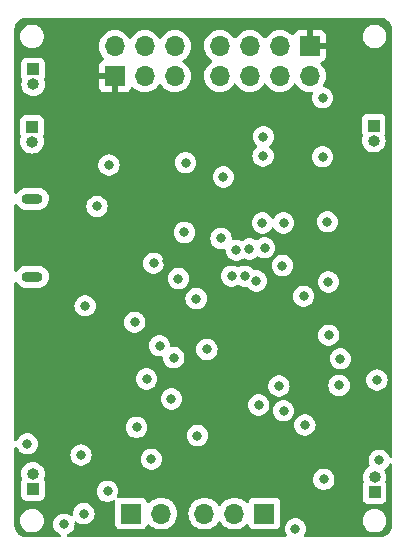
<source format=gbr>
%TF.GenerationSoftware,KiCad,Pcbnew,7.0.6-1.fc38*%
%TF.CreationDate,2023-08-03T18:28:49+02:00*%
%TF.ProjectId,quadcopter-flight-controler,71756164-636f-4707-9465-722d666c6967,rev?*%
%TF.SameCoordinates,Original*%
%TF.FileFunction,Copper,L2,Inr*%
%TF.FilePolarity,Positive*%
%FSLAX46Y46*%
G04 Gerber Fmt 4.6, Leading zero omitted, Abs format (unit mm)*
G04 Created by KiCad (PCBNEW 7.0.6-1.fc38) date 2023-08-03 18:28:49*
%MOMM*%
%LPD*%
G01*
G04 APERTURE LIST*
%TA.AperFunction,ComponentPad*%
%ADD10R,1.700000X1.700000*%
%TD*%
%TA.AperFunction,ComponentPad*%
%ADD11O,1.700000X1.700000*%
%TD*%
%TA.AperFunction,ComponentPad*%
%ADD12R,1.000000X1.000000*%
%TD*%
%TA.AperFunction,ComponentPad*%
%ADD13O,1.000000X1.000000*%
%TD*%
%TA.AperFunction,ComponentPad*%
%ADD14O,1.800000X0.900000*%
%TD*%
%TA.AperFunction,ViaPad*%
%ADD15C,0.800000*%
%TD*%
G04 APERTURE END LIST*
D10*
%TO.N,GND*%
%TO.C,J8*%
X162320000Y-82600000D03*
D11*
%TO.N,/OUT_PB1*%
X162320000Y-85140000D03*
%TO.N,/SPI_SCK*%
X159780000Y-82600000D03*
%TO.N,/SPI_MISO*%
X159780000Y-85140000D03*
%TO.N,/GPIO_EXTI4*%
X157240000Y-82600000D03*
%TO.N,/SPI_MOSI*%
X157240000Y-85140000D03*
%TO.N,/OUT_PB2*%
X154700000Y-82600000D03*
%TO.N,VDD*%
X154700000Y-85140000D03*
%TD*%
D12*
%TO.N,Net-(D3-A)*%
%TO.C,J5*%
X138800000Y-89450000D03*
D13*
%TO.N,VDC*%
X138800000Y-90720000D03*
%TD*%
D12*
%TO.N,VDD*%
%TO.C,J9*%
X138900000Y-84600000D03*
D13*
%TO.N,Net-(J9-Pin_2)*%
X138900000Y-85870000D03*
%TD*%
D11*
%TO.N,VDD*%
%TO.C,J4*%
X150900000Y-85175000D03*
%TO.N,/SWDIO*%
X150900000Y-82635000D03*
%TO.N,/RST*%
X148360000Y-85175000D03*
%TO.N,/SWCLK*%
X148360000Y-82635000D03*
D10*
%TO.N,GND*%
X145820000Y-85175000D03*
D11*
%TO.N,unconnected-(J4-SWO-Pad6)*%
X145820000Y-82635000D03*
%TD*%
D14*
%TO.N,unconnected-(J2-SHIELD-PadS1)*%
%TO.C,J2*%
X138825000Y-95550000D03*
X138825000Y-102150000D03*
%TD*%
D12*
%TO.N,Net-(D5-A)*%
%TO.C,J7*%
X138875000Y-120125000D03*
D13*
%TO.N,VDC*%
X138875000Y-118855000D03*
%TD*%
D10*
%TO.N,+5V*%
%TO.C,J20*%
X158480000Y-122200000D03*
D11*
%TO.N,VDC*%
X155940000Y-122200000D03*
%TO.N,+BATT*%
X153400000Y-122200000D03*
%TD*%
D12*
%TO.N,Net-(D4-A)*%
%TO.C,J6*%
X167725000Y-89350000D03*
D13*
%TO.N,VDC*%
X167725000Y-90620000D03*
%TD*%
D10*
%TO.N,-BATT*%
%TO.C,J3*%
X147200000Y-122200000D03*
D11*
%TO.N,+BATT*%
X149740000Y-122200000D03*
%TD*%
D12*
%TO.N,Net-(D2-A)*%
%TO.C,J1*%
X167800000Y-120400000D03*
D13*
%TO.N,VDC*%
X167800000Y-119130000D03*
%TD*%
D15*
%TO.N,VDD*%
X155000000Y-93700000D03*
X161100000Y-123500000D03*
X168000000Y-110900000D03*
X163925000Y-107100000D03*
X164900000Y-109100000D03*
X149100000Y-101000000D03*
X159700000Y-111400000D03*
X160100000Y-113500000D03*
X161800000Y-103800000D03*
X151200000Y-102300000D03*
X147500000Y-106000000D03*
X150600000Y-112500000D03*
X149600000Y-108000000D03*
X143300000Y-104615000D03*
X163800000Y-97500000D03*
X148900000Y-117600000D03*
X161900000Y-114700000D03*
X163900000Y-102600000D03*
X164800000Y-111350000D03*
%TO.N,GND*%
X165500000Y-123500000D03*
X149587500Y-105912500D03*
X156900000Y-93700000D03*
X161800000Y-111300000D03*
X150600000Y-111000000D03*
X167400000Y-99500000D03*
X166200000Y-95400000D03*
X145200000Y-113200000D03*
X163800000Y-99400000D03*
X155100000Y-118400000D03*
X165600000Y-103200000D03*
X150200000Y-100800000D03*
X156100000Y-118400000D03*
X142700000Y-100200000D03*
X145200000Y-106815000D03*
X148000000Y-89500000D03*
X148900000Y-112100000D03*
X157900000Y-114550000D03*
X149900000Y-96100000D03*
X149000000Y-99200000D03*
X147500000Y-108000000D03*
X161800000Y-105700000D03*
X150800000Y-114500000D03*
X168425000Y-114300000D03*
X163900000Y-104500000D03*
X159700000Y-109500000D03*
%TO.N,/RST*%
X154800000Y-98900000D03*
%TO.N,VDC*%
X147650000Y-114900000D03*
X138400000Y-116300000D03*
X168200000Y-117700000D03*
%TO.N,/SWDIO*%
X156100000Y-99900000D03*
%TO.N,/SWCLK*%
X157200000Y-99800000D03*
%TO.N,+5V*%
X144300000Y-96200000D03*
X142950000Y-117250000D03*
X141500000Y-123100000D03*
%TO.N,/BOOT0*%
X158500000Y-99700000D03*
X152700000Y-104000000D03*
X148500000Y-110800000D03*
X150800000Y-109000000D03*
%TO.N,/SPI_MOSI*%
X158400000Y-90300000D03*
X158370023Y-91929977D03*
%TO.N,/I2C_SDA*%
X153600000Y-108300000D03*
X160000000Y-101200000D03*
%TO.N,/PB5_EXTI5*%
X158000000Y-113000000D03*
X157800000Y-102500000D03*
%TO.N,-BATT*%
X143187500Y-122200000D03*
X163412500Y-87000000D03*
X163500000Y-119300000D03*
X163400000Y-92000000D03*
%TO.N,/TM2_CH1*%
X152800000Y-115600000D03*
X155700000Y-102100000D03*
X145200000Y-120312500D03*
%TO.N,/TM2_CH2*%
X156800000Y-102100000D03*
%TO.N,/TM2_CH3*%
X160100000Y-97600000D03*
%TO.N,/TM2_CH4*%
X145312500Y-92700000D03*
%TO.N,/OUT_PB1*%
X158300000Y-97600000D03*
%TO.N,Net-(Q6-B)*%
X151800000Y-92500000D03*
%TO.N,/GPIO_PB13*%
X151700000Y-98400000D03*
%TD*%
%TA.AperFunction,Conductor*%
%TO.N,GND*%
G36*
X168302424Y-80210741D02*
G01*
X168325313Y-80212543D01*
X168468635Y-80226659D01*
X168477026Y-80228072D01*
X168501461Y-80233939D01*
X168536664Y-80242391D01*
X168540179Y-80243344D01*
X168641260Y-80274007D01*
X168646984Y-80276054D01*
X168661615Y-80282115D01*
X168707967Y-80301315D01*
X168713470Y-80303918D01*
X168730620Y-80313085D01*
X168806648Y-80353722D01*
X168809771Y-80355512D01*
X168862073Y-80387563D01*
X168869006Y-80392496D01*
X168978371Y-80482250D01*
X168980354Y-80483877D01*
X168992226Y-80494017D01*
X169005982Y-80507773D01*
X169016122Y-80519645D01*
X169107496Y-80630984D01*
X169112434Y-80637921D01*
X169136965Y-80677953D01*
X169144478Y-80690213D01*
X169146294Y-80693382D01*
X169196080Y-80786528D01*
X169198683Y-80792031D01*
X169223939Y-80853004D01*
X169225990Y-80858736D01*
X169256656Y-80959829D01*
X169257613Y-80963353D01*
X169271922Y-81022956D01*
X169273338Y-81031362D01*
X169287460Y-81174736D01*
X169289258Y-81197577D01*
X169289449Y-81202443D01*
X169289449Y-117355993D01*
X169269764Y-117423032D01*
X169216960Y-117468787D01*
X169147802Y-117478731D01*
X169084246Y-117449706D01*
X169047518Y-117394312D01*
X169027180Y-117331719D01*
X169027179Y-117331718D01*
X169027179Y-117331716D01*
X168932533Y-117167784D01*
X168805871Y-117027112D01*
X168805870Y-117027111D01*
X168652734Y-116915851D01*
X168652729Y-116915848D01*
X168479807Y-116838857D01*
X168479802Y-116838855D01*
X168334000Y-116807865D01*
X168294646Y-116799500D01*
X168105354Y-116799500D01*
X168072897Y-116806398D01*
X167920197Y-116838855D01*
X167920192Y-116838857D01*
X167747270Y-116915848D01*
X167747265Y-116915851D01*
X167594129Y-117027111D01*
X167467466Y-117167785D01*
X167372821Y-117331715D01*
X167372818Y-117331722D01*
X167314327Y-117511740D01*
X167314326Y-117511744D01*
X167294540Y-117700000D01*
X167314326Y-117888256D01*
X167314327Y-117888259D01*
X167372818Y-118068277D01*
X167372819Y-118068279D01*
X167372821Y-118068284D01*
X167377405Y-118076224D01*
X167393878Y-118144123D01*
X167371026Y-118210150D01*
X167328472Y-118247581D01*
X167241464Y-118294088D01*
X167241460Y-118294090D01*
X167089116Y-118419116D01*
X166964090Y-118571460D01*
X166964086Y-118571467D01*
X166871188Y-118745266D01*
X166813975Y-118933870D01*
X166794659Y-119130000D01*
X166813975Y-119326129D01*
X166871187Y-119514729D01*
X166872321Y-119516850D01*
X166872580Y-119518094D01*
X166873518Y-119520359D01*
X166873088Y-119520536D01*
X166886564Y-119585253D01*
X166862233Y-119649614D01*
X166856205Y-119657666D01*
X166856202Y-119657671D01*
X166805908Y-119792517D01*
X166799501Y-119852116D01*
X166799501Y-119852123D01*
X166799500Y-119852135D01*
X166799500Y-120947870D01*
X166799501Y-120947876D01*
X166805908Y-121007483D01*
X166856202Y-121142328D01*
X166856206Y-121142335D01*
X166942452Y-121257544D01*
X166942455Y-121257547D01*
X167057664Y-121343793D01*
X167057671Y-121343797D01*
X167192517Y-121394091D01*
X167192516Y-121394091D01*
X167199444Y-121394835D01*
X167252127Y-121400500D01*
X168347872Y-121400499D01*
X168407483Y-121394091D01*
X168542331Y-121343796D01*
X168657546Y-121257546D01*
X168743796Y-121142331D01*
X168794091Y-121007483D01*
X168800500Y-120947873D01*
X168800499Y-119852128D01*
X168794091Y-119792517D01*
X168789528Y-119780284D01*
X168747755Y-119668284D01*
X168743796Y-119657669D01*
X168737767Y-119649615D01*
X168713351Y-119584154D01*
X168726895Y-119520525D01*
X168726483Y-119520355D01*
X168727406Y-119518124D01*
X168727677Y-119516853D01*
X168728814Y-119514727D01*
X168786024Y-119326132D01*
X168805341Y-119130000D01*
X168786024Y-118933868D01*
X168728814Y-118745273D01*
X168665656Y-118627112D01*
X168657925Y-118612648D01*
X168643683Y-118544245D01*
X168668683Y-118479002D01*
X168694391Y-118453882D01*
X168805871Y-118372888D01*
X168932533Y-118232216D01*
X169027179Y-118068284D01*
X169043163Y-118019090D01*
X169047518Y-118005688D01*
X169086955Y-117948012D01*
X169151314Y-117920814D01*
X169220160Y-117932729D01*
X169271636Y-117979973D01*
X169289449Y-118044006D01*
X169289449Y-123197558D01*
X169289258Y-123202424D01*
X169287460Y-123225270D01*
X169273340Y-123368627D01*
X169271924Y-123377033D01*
X169257607Y-123436664D01*
X169256651Y-123440189D01*
X169225991Y-123541260D01*
X169223940Y-123546993D01*
X169198683Y-123607967D01*
X169196080Y-123613470D01*
X169146294Y-123706616D01*
X169144478Y-123709785D01*
X169112440Y-123762068D01*
X169107496Y-123769014D01*
X169016122Y-123880354D01*
X169005983Y-123892225D01*
X168992225Y-123905983D01*
X168980354Y-123916122D01*
X168869014Y-124007496D01*
X168862068Y-124012440D01*
X168809785Y-124044478D01*
X168806616Y-124046294D01*
X168713470Y-124096080D01*
X168707967Y-124098683D01*
X168646994Y-124123939D01*
X168641262Y-124125990D01*
X168540169Y-124156656D01*
X168536645Y-124157613D01*
X168477042Y-124171922D01*
X168468636Y-124173338D01*
X168325266Y-124187460D01*
X168317153Y-124188098D01*
X168302415Y-124189258D01*
X168297568Y-124189449D01*
X161956529Y-124189449D01*
X161889490Y-124169764D01*
X161843735Y-124116960D01*
X161833791Y-124047802D01*
X161849142Y-124003450D01*
X161927176Y-123868289D01*
X161927175Y-123868289D01*
X161927179Y-123868284D01*
X161985674Y-123688256D01*
X162005460Y-123500000D01*
X161985674Y-123311744D01*
X161927179Y-123131716D01*
X161832533Y-122967784D01*
X161705871Y-122827112D01*
X161705870Y-122827111D01*
X161668555Y-122800000D01*
X166794659Y-122800000D01*
X166813975Y-122996129D01*
X166813976Y-122996132D01*
X166842011Y-123088552D01*
X166871188Y-123184733D01*
X166964086Y-123358532D01*
X166964090Y-123358539D01*
X167089116Y-123510883D01*
X167241460Y-123635909D01*
X167241467Y-123635913D01*
X167304231Y-123669461D01*
X167415273Y-123728814D01*
X167445937Y-123738116D01*
X167449436Y-123739294D01*
X167451796Y-123740168D01*
X167451799Y-123740170D01*
X167458005Y-123741776D01*
X167603868Y-123786024D01*
X167634662Y-123789056D01*
X167641911Y-123790344D01*
X167641955Y-123790063D01*
X167648178Y-123791016D01*
X167648182Y-123791017D01*
X167656787Y-123791453D01*
X167656805Y-123791459D01*
X167659946Y-123791618D01*
X167662861Y-123791834D01*
X167800000Y-123805341D01*
X167835203Y-123801873D01*
X167844500Y-123801653D01*
X167844498Y-123801610D01*
X167850766Y-123801291D01*
X167850780Y-123801292D01*
X167851208Y-123801226D01*
X167866546Y-123798877D01*
X167869846Y-123798461D01*
X167996132Y-123786024D01*
X168034291Y-123774448D01*
X168050809Y-123770699D01*
X168051290Y-123770574D01*
X168051299Y-123770573D01*
X168068703Y-123764127D01*
X168072227Y-123762940D01*
X168184727Y-123728814D01*
X168227653Y-123705869D01*
X168235333Y-123702415D01*
X168247671Y-123697846D01*
X168249294Y-123697733D01*
X168253361Y-123695739D01*
X168270806Y-123689278D01*
X168295763Y-123669463D01*
X168358538Y-123635910D01*
X168399629Y-123602186D01*
X168406133Y-123597521D01*
X168413096Y-123593181D01*
X168416523Y-123592226D01*
X168424385Y-123586141D01*
X168438415Y-123577395D01*
X168457847Y-123554407D01*
X168510883Y-123510883D01*
X168544967Y-123469351D01*
X168553340Y-123463647D01*
X168553512Y-123463401D01*
X168569861Y-123444357D01*
X168580284Y-123434448D01*
X168593949Y-123409667D01*
X168635910Y-123358538D01*
X168661697Y-123310293D01*
X168670069Y-123301769D01*
X168671629Y-123298136D01*
X168683806Y-123276197D01*
X168690791Y-123266160D01*
X168698745Y-123240980D01*
X168728814Y-123184727D01*
X168745082Y-123131098D01*
X168752588Y-123119642D01*
X168754058Y-123112494D01*
X168761570Y-123088552D01*
X168765511Y-123079366D01*
X168768148Y-123055058D01*
X168786024Y-122996132D01*
X168793116Y-122924122D01*
X168794083Y-122917739D01*
X168797435Y-122901429D01*
X168797435Y-122901426D01*
X168801518Y-122881560D01*
X168799506Y-122859240D01*
X168805341Y-122800000D01*
X168799506Y-122740759D01*
X168802673Y-122724058D01*
X168794085Y-122682270D01*
X168793114Y-122675860D01*
X168786024Y-122603868D01*
X168784699Y-122599500D01*
X168768149Y-122544945D01*
X168767984Y-122526392D01*
X168761570Y-122511446D01*
X168754058Y-122487506D01*
X168753519Y-122484885D01*
X168745083Y-122468904D01*
X168728814Y-122415273D01*
X168728813Y-122415272D01*
X168728813Y-122415270D01*
X168698746Y-122359019D01*
X168694660Y-122339395D01*
X168683807Y-122323802D01*
X168671691Y-122301974D01*
X168661696Y-122289705D01*
X168635910Y-122241462D01*
X168593947Y-122190331D01*
X168585547Y-122170551D01*
X168569858Y-122155638D01*
X168556720Y-122140334D01*
X168544964Y-122130645D01*
X168510882Y-122089115D01*
X168457848Y-122045591D01*
X168444973Y-122026689D01*
X168424384Y-122013856D01*
X168418403Y-122009226D01*
X168413073Y-122006804D01*
X168406145Y-122002485D01*
X168399611Y-121997798D01*
X168358538Y-121964090D01*
X168358537Y-121964089D01*
X168358532Y-121964085D01*
X168295761Y-121930534D01*
X168278483Y-121913562D01*
X168253359Y-121904258D01*
X168250287Y-121902751D01*
X168247673Y-121902152D01*
X168235330Y-121897582D01*
X168227624Y-121894115D01*
X168184726Y-121871185D01*
X168072253Y-121837066D01*
X168068721Y-121835878D01*
X168051295Y-121829425D01*
X168050874Y-121829316D01*
X168034276Y-121825547D01*
X167996130Y-121813975D01*
X167869867Y-121801539D01*
X167866555Y-121801123D01*
X167850804Y-121798709D01*
X167844504Y-121798390D01*
X167844506Y-121798347D01*
X167835205Y-121798125D01*
X167800003Y-121794659D01*
X167799999Y-121794659D01*
X167662932Y-121808157D01*
X167660014Y-121808375D01*
X167656830Y-121808537D01*
X167656797Y-121808546D01*
X167648177Y-121808983D01*
X167641974Y-121809934D01*
X167641931Y-121809654D01*
X167634679Y-121810941D01*
X167603869Y-121813975D01*
X167458009Y-121858221D01*
X167451793Y-121859831D01*
X167449430Y-121860706D01*
X167445903Y-121861893D01*
X167415270Y-121871186D01*
X167241467Y-121964086D01*
X167241460Y-121964090D01*
X167089116Y-122089116D01*
X166964090Y-122241460D01*
X166964086Y-122241467D01*
X166871188Y-122415266D01*
X166813975Y-122603870D01*
X166794659Y-122800000D01*
X161668555Y-122800000D01*
X161552734Y-122715851D01*
X161552729Y-122715848D01*
X161379807Y-122638857D01*
X161379802Y-122638855D01*
X161234001Y-122607865D01*
X161194646Y-122599500D01*
X161005354Y-122599500D01*
X160972897Y-122606398D01*
X160820197Y-122638855D01*
X160820192Y-122638857D01*
X160647270Y-122715848D01*
X160647265Y-122715851D01*
X160494129Y-122827111D01*
X160367466Y-122967785D01*
X160272821Y-123131715D01*
X160272818Y-123131722D01*
X160217567Y-123301769D01*
X160214326Y-123311744D01*
X160194540Y-123500000D01*
X160214326Y-123688256D01*
X160214327Y-123688259D01*
X160272818Y-123868277D01*
X160272823Y-123868289D01*
X160350858Y-124003450D01*
X160367331Y-124071350D01*
X160344478Y-124137377D01*
X160289557Y-124180567D01*
X160243471Y-124189449D01*
X141850396Y-124189449D01*
X141783357Y-124169764D01*
X141737602Y-124116960D01*
X141727658Y-124047802D01*
X141756683Y-123984246D01*
X141799960Y-123952170D01*
X141915547Y-123900706D01*
X141952730Y-123884151D01*
X142105871Y-123772888D01*
X142232533Y-123632216D01*
X142327179Y-123468284D01*
X142385674Y-123288256D01*
X142405460Y-123100000D01*
X142394162Y-122992512D01*
X142406731Y-122923788D01*
X142454463Y-122872764D01*
X142522203Y-122855646D01*
X142588445Y-122877868D01*
X142590368Y-122879238D01*
X142734765Y-122984148D01*
X142734770Y-122984151D01*
X142907692Y-123061142D01*
X142907697Y-123061144D01*
X143092854Y-123100500D01*
X143092855Y-123100500D01*
X143282144Y-123100500D01*
X143282146Y-123100500D01*
X143467303Y-123061144D01*
X143640230Y-122984151D01*
X143793371Y-122872888D01*
X143920033Y-122732216D01*
X144014679Y-122568284D01*
X144073174Y-122388256D01*
X144092960Y-122200000D01*
X144073174Y-122011744D01*
X144014679Y-121831716D01*
X143920033Y-121667784D01*
X143793371Y-121527112D01*
X143793370Y-121527111D01*
X143640234Y-121415851D01*
X143640229Y-121415848D01*
X143467307Y-121338857D01*
X143467302Y-121338855D01*
X143306050Y-121304581D01*
X143282146Y-121299500D01*
X143092854Y-121299500D01*
X143068950Y-121304581D01*
X142907697Y-121338855D01*
X142907692Y-121338857D01*
X142734770Y-121415848D01*
X142734765Y-121415851D01*
X142581629Y-121527111D01*
X142454966Y-121667785D01*
X142360321Y-121831715D01*
X142360318Y-121831722D01*
X142317145Y-121964596D01*
X142301826Y-122011744D01*
X142288311Y-122140334D01*
X142282040Y-122200000D01*
X142293337Y-122307482D01*
X142280767Y-122376211D01*
X142233035Y-122427235D01*
X142165295Y-122444353D01*
X142099054Y-122422131D01*
X142097131Y-122420761D01*
X141952734Y-122315851D01*
X141952729Y-122315848D01*
X141779807Y-122238857D01*
X141779802Y-122238855D01*
X141634000Y-122207865D01*
X141594646Y-122199500D01*
X141405354Y-122199500D01*
X141372897Y-122206398D01*
X141220197Y-122238855D01*
X141220192Y-122238857D01*
X141047270Y-122315848D01*
X141047265Y-122315851D01*
X140894129Y-122427111D01*
X140767466Y-122567785D01*
X140672821Y-122731715D01*
X140672818Y-122731722D01*
X140614327Y-122911740D01*
X140614326Y-122911744D01*
X140605457Y-122996128D01*
X140594763Y-123097883D01*
X140594540Y-123100000D01*
X140614326Y-123288256D01*
X140614327Y-123288259D01*
X140672818Y-123468277D01*
X140672821Y-123468284D01*
X140767467Y-123632216D01*
X140866124Y-123741785D01*
X140894129Y-123772888D01*
X141047265Y-123884148D01*
X141047270Y-123884151D01*
X141200040Y-123952170D01*
X141253277Y-123997420D01*
X141273598Y-124064270D01*
X141254552Y-124131493D01*
X141202186Y-124177748D01*
X141149604Y-124189449D01*
X138302439Y-124189449D01*
X138297574Y-124189258D01*
X138274729Y-124187460D01*
X138131371Y-124173340D01*
X138122965Y-124171924D01*
X138063334Y-124157607D01*
X138059809Y-124156651D01*
X137958738Y-124125991D01*
X137953005Y-124123940D01*
X137892031Y-124098683D01*
X137886528Y-124096080D01*
X137813395Y-124056990D01*
X137793373Y-124046289D01*
X137790213Y-124044478D01*
X137770203Y-124032216D01*
X137737921Y-124012434D01*
X137730988Y-124007499D01*
X137619645Y-123916122D01*
X137607773Y-123905982D01*
X137594017Y-123892226D01*
X137583877Y-123880354D01*
X137582250Y-123878371D01*
X137492496Y-123769006D01*
X137487563Y-123762073D01*
X137455512Y-123709771D01*
X137453722Y-123706648D01*
X137403918Y-123613470D01*
X137401315Y-123607967D01*
X137376059Y-123546994D01*
X137374008Y-123541262D01*
X137353576Y-123473905D01*
X137343340Y-123440162D01*
X137342390Y-123436664D01*
X137328075Y-123377035D01*
X137326660Y-123368635D01*
X137326659Y-123368627D01*
X137312538Y-123225250D01*
X137310742Y-123202426D01*
X137310551Y-123197562D01*
X137310551Y-122800000D01*
X137794659Y-122800000D01*
X137813975Y-122996129D01*
X137813976Y-122996132D01*
X137842011Y-123088552D01*
X137871188Y-123184733D01*
X137964086Y-123358532D01*
X137964090Y-123358539D01*
X138089116Y-123510883D01*
X138241460Y-123635909D01*
X138241467Y-123635913D01*
X138304231Y-123669461D01*
X138415273Y-123728814D01*
X138445937Y-123738116D01*
X138449436Y-123739294D01*
X138451796Y-123740168D01*
X138451799Y-123740170D01*
X138458005Y-123741776D01*
X138603868Y-123786024D01*
X138634662Y-123789056D01*
X138641911Y-123790344D01*
X138641955Y-123790063D01*
X138648178Y-123791016D01*
X138648182Y-123791017D01*
X138656787Y-123791453D01*
X138656805Y-123791459D01*
X138659946Y-123791618D01*
X138662861Y-123791834D01*
X138800000Y-123805341D01*
X138835203Y-123801873D01*
X138844500Y-123801653D01*
X138844498Y-123801610D01*
X138850766Y-123801291D01*
X138850780Y-123801292D01*
X138851208Y-123801226D01*
X138866546Y-123798877D01*
X138869846Y-123798461D01*
X138996132Y-123786024D01*
X139034291Y-123774448D01*
X139050809Y-123770699D01*
X139051290Y-123770574D01*
X139051299Y-123770573D01*
X139068703Y-123764127D01*
X139072227Y-123762940D01*
X139184727Y-123728814D01*
X139227653Y-123705869D01*
X139235333Y-123702415D01*
X139247671Y-123697846D01*
X139249294Y-123697733D01*
X139253361Y-123695739D01*
X139270806Y-123689278D01*
X139295763Y-123669463D01*
X139358538Y-123635910D01*
X139399629Y-123602186D01*
X139406133Y-123597521D01*
X139413096Y-123593181D01*
X139416523Y-123592226D01*
X139424385Y-123586141D01*
X139438415Y-123577395D01*
X139457847Y-123554407D01*
X139510883Y-123510883D01*
X139544967Y-123469351D01*
X139553340Y-123463647D01*
X139553512Y-123463401D01*
X139569861Y-123444357D01*
X139580284Y-123434448D01*
X139593949Y-123409667D01*
X139635910Y-123358538D01*
X139661697Y-123310293D01*
X139670069Y-123301769D01*
X139671629Y-123298136D01*
X139683806Y-123276197D01*
X139690791Y-123266160D01*
X139698745Y-123240980D01*
X139728814Y-123184727D01*
X139745082Y-123131098D01*
X139752588Y-123119642D01*
X139754058Y-123112494D01*
X139761570Y-123088552D01*
X139765511Y-123079366D01*
X139768148Y-123055058D01*
X139786024Y-122996132D01*
X139793116Y-122924122D01*
X139794083Y-122917739D01*
X139797435Y-122901429D01*
X139797435Y-122901426D01*
X139801518Y-122881560D01*
X139799506Y-122859240D01*
X139805341Y-122800000D01*
X139799506Y-122740759D01*
X139802673Y-122724058D01*
X139794085Y-122682270D01*
X139793114Y-122675860D01*
X139786024Y-122603868D01*
X139784699Y-122599500D01*
X139768149Y-122544945D01*
X139767984Y-122526392D01*
X139761570Y-122511446D01*
X139754058Y-122487506D01*
X139753519Y-122484885D01*
X139745083Y-122468904D01*
X139728814Y-122415273D01*
X139728813Y-122415272D01*
X139728813Y-122415270D01*
X139698746Y-122359019D01*
X139694660Y-122339395D01*
X139683807Y-122323802D01*
X139671691Y-122301974D01*
X139661696Y-122289705D01*
X139635910Y-122241462D01*
X139593947Y-122190331D01*
X139585547Y-122170551D01*
X139569858Y-122155638D01*
X139556720Y-122140334D01*
X139544964Y-122130645D01*
X139510882Y-122089115D01*
X139457848Y-122045591D01*
X139444973Y-122026689D01*
X139424384Y-122013856D01*
X139418403Y-122009226D01*
X139413073Y-122006804D01*
X139406145Y-122002485D01*
X139399611Y-121997798D01*
X139358538Y-121964090D01*
X139358537Y-121964089D01*
X139358532Y-121964085D01*
X139295761Y-121930534D01*
X139278483Y-121913562D01*
X139253359Y-121904258D01*
X139250287Y-121902751D01*
X139247673Y-121902152D01*
X139235330Y-121897582D01*
X139227624Y-121894115D01*
X139184726Y-121871185D01*
X139072253Y-121837066D01*
X139068721Y-121835878D01*
X139051295Y-121829425D01*
X139050874Y-121829316D01*
X139034276Y-121825547D01*
X138996130Y-121813975D01*
X138869867Y-121801539D01*
X138866555Y-121801123D01*
X138850804Y-121798709D01*
X138844504Y-121798390D01*
X138844506Y-121798347D01*
X138835205Y-121798125D01*
X138800003Y-121794659D01*
X138799999Y-121794659D01*
X138662932Y-121808157D01*
X138660014Y-121808375D01*
X138656830Y-121808537D01*
X138656797Y-121808546D01*
X138648177Y-121808983D01*
X138641974Y-121809934D01*
X138641931Y-121809654D01*
X138634679Y-121810941D01*
X138603869Y-121813975D01*
X138458009Y-121858221D01*
X138451793Y-121859831D01*
X138449430Y-121860706D01*
X138445903Y-121861893D01*
X138415270Y-121871186D01*
X138241467Y-121964086D01*
X138241460Y-121964090D01*
X138089116Y-122089116D01*
X137964090Y-122241460D01*
X137964086Y-122241467D01*
X137871188Y-122415266D01*
X137813975Y-122603870D01*
X137794659Y-122800000D01*
X137310551Y-122800000D01*
X137310551Y-118855000D01*
X137869659Y-118855000D01*
X137888975Y-119051129D01*
X137888976Y-119051132D01*
X137912900Y-119130000D01*
X137946187Y-119239729D01*
X137947321Y-119241850D01*
X137947580Y-119243094D01*
X137948518Y-119245359D01*
X137948088Y-119245536D01*
X137961564Y-119310253D01*
X137937233Y-119374614D01*
X137931205Y-119382666D01*
X137931202Y-119382671D01*
X137880908Y-119517517D01*
X137874501Y-119577116D01*
X137874501Y-119577123D01*
X137874500Y-119577135D01*
X137874500Y-120672870D01*
X137874501Y-120672876D01*
X137880908Y-120732483D01*
X137931202Y-120867328D01*
X137931206Y-120867335D01*
X138017452Y-120982544D01*
X138017455Y-120982547D01*
X138132664Y-121068793D01*
X138132671Y-121068797D01*
X138267517Y-121119091D01*
X138267516Y-121119091D01*
X138274444Y-121119835D01*
X138327127Y-121125500D01*
X139422872Y-121125499D01*
X139482483Y-121119091D01*
X139617331Y-121068796D01*
X139732546Y-120982546D01*
X139818796Y-120867331D01*
X139869091Y-120732483D01*
X139875500Y-120672873D01*
X139875500Y-120312500D01*
X144294540Y-120312500D01*
X144314326Y-120500756D01*
X144314327Y-120500759D01*
X144372818Y-120680777D01*
X144372819Y-120680779D01*
X144372821Y-120680784D01*
X144467467Y-120844716D01*
X144560350Y-120947873D01*
X144594129Y-120985388D01*
X144747265Y-121096648D01*
X144747270Y-121096651D01*
X144920192Y-121173642D01*
X144920197Y-121173644D01*
X145105354Y-121213000D01*
X145105355Y-121213000D01*
X145294644Y-121213000D01*
X145294646Y-121213000D01*
X145479803Y-121173644D01*
X145652730Y-121096651D01*
X145673219Y-121081764D01*
X145739024Y-121058284D01*
X145807078Y-121074108D01*
X145855774Y-121124213D01*
X145869650Y-121192691D01*
X145862288Y-121225413D01*
X145855908Y-121242517D01*
X145849782Y-121299500D01*
X145849501Y-121302123D01*
X145849500Y-121302135D01*
X145849500Y-123097870D01*
X145849501Y-123097876D01*
X145855908Y-123157483D01*
X145906202Y-123292328D01*
X145906206Y-123292335D01*
X145992452Y-123407544D01*
X145992455Y-123407547D01*
X146107664Y-123493793D01*
X146107671Y-123493797D01*
X146242517Y-123544091D01*
X146242516Y-123544091D01*
X146249444Y-123544835D01*
X146302127Y-123550500D01*
X148097872Y-123550499D01*
X148157483Y-123544091D01*
X148292331Y-123493796D01*
X148407546Y-123407546D01*
X148493796Y-123292331D01*
X148542810Y-123160916D01*
X148584681Y-123104984D01*
X148650145Y-123080566D01*
X148718418Y-123095417D01*
X148746673Y-123116569D01*
X148868599Y-123238495D01*
X148953775Y-123298136D01*
X149062165Y-123374032D01*
X149062167Y-123374033D01*
X149062170Y-123374035D01*
X149276337Y-123473903D01*
X149504592Y-123535063D01*
X149681034Y-123550500D01*
X149739999Y-123555659D01*
X149740000Y-123555659D01*
X149740001Y-123555659D01*
X149798966Y-123550500D01*
X149975408Y-123535063D01*
X150203663Y-123473903D01*
X150417830Y-123374035D01*
X150611401Y-123238495D01*
X150778495Y-123071401D01*
X150914035Y-122877830D01*
X151013903Y-122663663D01*
X151075063Y-122435408D01*
X151095659Y-122200000D01*
X152044341Y-122200000D01*
X152064936Y-122435403D01*
X152064938Y-122435413D01*
X152126094Y-122663655D01*
X152126096Y-122663659D01*
X152126097Y-122663663D01*
X152157831Y-122731716D01*
X152225965Y-122877830D01*
X152225967Y-122877834D01*
X152300412Y-122984151D01*
X152361505Y-123071401D01*
X152528599Y-123238495D01*
X152613775Y-123298136D01*
X152722165Y-123374032D01*
X152722167Y-123374033D01*
X152722170Y-123374035D01*
X152936337Y-123473903D01*
X153164592Y-123535063D01*
X153341034Y-123550500D01*
X153399999Y-123555659D01*
X153400000Y-123555659D01*
X153400001Y-123555659D01*
X153458966Y-123550500D01*
X153635408Y-123535063D01*
X153863663Y-123473903D01*
X154077830Y-123374035D01*
X154271401Y-123238495D01*
X154438495Y-123071401D01*
X154568424Y-122885842D01*
X154623002Y-122842217D01*
X154692500Y-122835023D01*
X154754855Y-122866546D01*
X154771575Y-122885842D01*
X154901500Y-123071395D01*
X154901505Y-123071401D01*
X155068599Y-123238495D01*
X155153775Y-123298136D01*
X155262165Y-123374032D01*
X155262167Y-123374033D01*
X155262170Y-123374035D01*
X155476337Y-123473903D01*
X155704592Y-123535063D01*
X155881034Y-123550500D01*
X155939999Y-123555659D01*
X155940000Y-123555659D01*
X155940001Y-123555659D01*
X155998966Y-123550500D01*
X156175408Y-123535063D01*
X156403663Y-123473903D01*
X156617830Y-123374035D01*
X156811401Y-123238495D01*
X156933329Y-123116566D01*
X156994648Y-123083084D01*
X157064340Y-123088068D01*
X157120274Y-123129939D01*
X157137189Y-123160917D01*
X157186202Y-123292328D01*
X157186206Y-123292335D01*
X157272452Y-123407544D01*
X157272455Y-123407547D01*
X157387664Y-123493793D01*
X157387671Y-123493797D01*
X157522517Y-123544091D01*
X157522516Y-123544091D01*
X157529444Y-123544835D01*
X157582127Y-123550500D01*
X159377872Y-123550499D01*
X159437483Y-123544091D01*
X159572331Y-123493796D01*
X159687546Y-123407546D01*
X159773796Y-123292331D01*
X159824091Y-123157483D01*
X159830500Y-123097873D01*
X159830499Y-121302128D01*
X159824091Y-121242517D01*
X159822810Y-121239083D01*
X159773797Y-121107671D01*
X159773793Y-121107664D01*
X159687547Y-120992455D01*
X159687544Y-120992452D01*
X159572335Y-120906206D01*
X159572328Y-120906202D01*
X159437482Y-120855908D01*
X159437483Y-120855908D01*
X159377883Y-120849501D01*
X159377881Y-120849500D01*
X159377873Y-120849500D01*
X159377864Y-120849500D01*
X157582129Y-120849500D01*
X157582123Y-120849501D01*
X157522516Y-120855908D01*
X157387671Y-120906202D01*
X157387664Y-120906206D01*
X157272455Y-120992452D01*
X157272452Y-120992455D01*
X157186206Y-121107664D01*
X157186203Y-121107669D01*
X157137189Y-121239083D01*
X157095317Y-121295016D01*
X157029853Y-121319433D01*
X156961580Y-121304581D01*
X156933326Y-121283430D01*
X156811402Y-121161506D01*
X156811395Y-121161501D01*
X156617834Y-121025967D01*
X156617830Y-121025965D01*
X156578193Y-121007482D01*
X156403663Y-120926097D01*
X156403659Y-120926096D01*
X156403655Y-120926094D01*
X156175413Y-120864938D01*
X156175403Y-120864936D01*
X155940001Y-120844341D01*
X155939999Y-120844341D01*
X155704596Y-120864936D01*
X155704586Y-120864938D01*
X155476344Y-120926094D01*
X155476335Y-120926098D01*
X155262171Y-121025964D01*
X155262169Y-121025965D01*
X155068597Y-121161505D01*
X154901505Y-121328597D01*
X154771575Y-121514158D01*
X154716998Y-121557783D01*
X154647500Y-121564977D01*
X154585145Y-121533454D01*
X154568425Y-121514158D01*
X154438494Y-121328597D01*
X154271402Y-121161506D01*
X154271395Y-121161501D01*
X154077834Y-121025967D01*
X154077830Y-121025965D01*
X154038193Y-121007482D01*
X153863663Y-120926097D01*
X153863659Y-120926096D01*
X153863655Y-120926094D01*
X153635413Y-120864938D01*
X153635403Y-120864936D01*
X153400001Y-120844341D01*
X153399999Y-120844341D01*
X153164596Y-120864936D01*
X153164586Y-120864938D01*
X152936344Y-120926094D01*
X152936335Y-120926098D01*
X152722171Y-121025964D01*
X152722169Y-121025965D01*
X152528597Y-121161505D01*
X152361505Y-121328597D01*
X152225965Y-121522169D01*
X152225964Y-121522171D01*
X152126098Y-121736335D01*
X152126094Y-121736344D01*
X152064938Y-121964586D01*
X152064936Y-121964596D01*
X152044341Y-122199999D01*
X152044341Y-122200000D01*
X151095659Y-122200000D01*
X151093082Y-122170551D01*
X151085958Y-122089116D01*
X151075063Y-121964592D01*
X151013903Y-121736337D01*
X150914035Y-121522171D01*
X150908425Y-121514158D01*
X150778494Y-121328597D01*
X150611402Y-121161506D01*
X150611395Y-121161501D01*
X150417834Y-121025967D01*
X150417830Y-121025965D01*
X150378193Y-121007482D01*
X150203663Y-120926097D01*
X150203659Y-120926096D01*
X150203655Y-120926094D01*
X149975413Y-120864938D01*
X149975403Y-120864936D01*
X149740001Y-120844341D01*
X149739999Y-120844341D01*
X149504596Y-120864936D01*
X149504586Y-120864938D01*
X149276344Y-120926094D01*
X149276335Y-120926098D01*
X149062171Y-121025964D01*
X149062169Y-121025965D01*
X148868600Y-121161503D01*
X148746673Y-121283430D01*
X148685350Y-121316914D01*
X148615658Y-121311930D01*
X148559725Y-121270058D01*
X148542810Y-121239081D01*
X148493797Y-121107671D01*
X148493793Y-121107664D01*
X148407547Y-120992455D01*
X148407544Y-120992452D01*
X148292335Y-120906206D01*
X148292328Y-120906202D01*
X148157482Y-120855908D01*
X148157483Y-120855908D01*
X148097883Y-120849501D01*
X148097881Y-120849500D01*
X148097873Y-120849500D01*
X148097864Y-120849500D01*
X146302129Y-120849500D01*
X146302123Y-120849501D01*
X146242514Y-120855909D01*
X146162414Y-120885784D01*
X146092722Y-120890768D01*
X146031400Y-120857282D01*
X145997915Y-120795958D01*
X146002901Y-120726267D01*
X146011689Y-120707612D01*
X146027179Y-120680784D01*
X146085674Y-120500756D01*
X146105460Y-120312500D01*
X146085674Y-120124244D01*
X146027179Y-119944216D01*
X145932533Y-119780284D01*
X145805871Y-119639612D01*
X145805870Y-119639611D01*
X145652734Y-119528351D01*
X145652729Y-119528348D01*
X145479807Y-119451357D01*
X145479802Y-119451355D01*
X145334001Y-119420365D01*
X145294646Y-119412000D01*
X145105354Y-119412000D01*
X145072897Y-119418898D01*
X144920197Y-119451355D01*
X144920192Y-119451357D01*
X144747270Y-119528348D01*
X144747265Y-119528351D01*
X144594129Y-119639611D01*
X144467466Y-119780285D01*
X144372821Y-119944215D01*
X144372818Y-119944222D01*
X144327354Y-120084148D01*
X144314326Y-120124244D01*
X144294540Y-120312500D01*
X139875500Y-120312500D01*
X139875499Y-119577128D01*
X139869091Y-119517517D01*
X139868842Y-119516850D01*
X139818797Y-119382672D01*
X139818796Y-119382669D01*
X139812767Y-119374615D01*
X139788351Y-119309154D01*
X139790300Y-119300000D01*
X162594540Y-119300000D01*
X162614326Y-119488256D01*
X162614327Y-119488259D01*
X162672818Y-119668277D01*
X162672821Y-119668284D01*
X162767467Y-119832216D01*
X162868312Y-119944215D01*
X162894129Y-119972888D01*
X163047265Y-120084148D01*
X163047270Y-120084151D01*
X163220192Y-120161142D01*
X163220197Y-120161144D01*
X163405354Y-120200500D01*
X163405355Y-120200500D01*
X163594644Y-120200500D01*
X163594646Y-120200500D01*
X163779803Y-120161144D01*
X163952730Y-120084151D01*
X164105871Y-119972888D01*
X164232533Y-119832216D01*
X164327179Y-119668284D01*
X164385674Y-119488256D01*
X164405460Y-119300000D01*
X164385674Y-119111744D01*
X164327179Y-118931716D01*
X164232533Y-118767784D01*
X164105871Y-118627112D01*
X164085963Y-118612648D01*
X163952734Y-118515851D01*
X163952729Y-118515848D01*
X163779807Y-118438857D01*
X163779802Y-118438855D01*
X163634001Y-118407865D01*
X163594646Y-118399500D01*
X163405354Y-118399500D01*
X163372897Y-118406398D01*
X163220197Y-118438855D01*
X163220192Y-118438857D01*
X163047270Y-118515848D01*
X163047265Y-118515851D01*
X162894129Y-118627111D01*
X162767466Y-118767785D01*
X162672821Y-118931715D01*
X162672818Y-118931722D01*
X162634021Y-119051129D01*
X162614326Y-119111744D01*
X162594540Y-119300000D01*
X139790300Y-119300000D01*
X139801895Y-119245525D01*
X139801483Y-119245355D01*
X139802406Y-119243124D01*
X139802677Y-119241853D01*
X139803814Y-119239727D01*
X139861024Y-119051132D01*
X139880341Y-118855000D01*
X139861024Y-118658868D01*
X139803814Y-118470273D01*
X139803811Y-118470269D01*
X139803811Y-118470266D01*
X139710913Y-118296467D01*
X139710909Y-118296460D01*
X139585883Y-118144116D01*
X139433539Y-118019090D01*
X139433532Y-118019086D01*
X139259733Y-117926188D01*
X139259727Y-117926186D01*
X139071132Y-117868976D01*
X139071129Y-117868975D01*
X138875000Y-117849659D01*
X138678870Y-117868975D01*
X138490266Y-117926188D01*
X138316467Y-118019086D01*
X138316460Y-118019090D01*
X138164116Y-118144116D01*
X138039090Y-118296460D01*
X138039086Y-118296467D01*
X137946188Y-118470266D01*
X137888975Y-118658870D01*
X137869659Y-118855000D01*
X137310551Y-118855000D01*
X137310551Y-117250000D01*
X142044540Y-117250000D01*
X142064326Y-117438256D01*
X142064327Y-117438259D01*
X142122818Y-117618277D01*
X142122821Y-117618284D01*
X142217467Y-117782216D01*
X142312946Y-117888256D01*
X142344129Y-117922888D01*
X142497265Y-118034148D01*
X142497270Y-118034151D01*
X142670192Y-118111142D01*
X142670197Y-118111144D01*
X142855354Y-118150500D01*
X142855355Y-118150500D01*
X143044644Y-118150500D01*
X143044646Y-118150500D01*
X143229803Y-118111144D01*
X143402730Y-118034151D01*
X143555871Y-117922888D01*
X143682533Y-117782216D01*
X143777179Y-117618284D01*
X143783120Y-117600000D01*
X147994540Y-117600000D01*
X148014326Y-117788256D01*
X148014327Y-117788259D01*
X148072818Y-117968277D01*
X148072821Y-117968284D01*
X148167467Y-118132216D01*
X148294128Y-118272887D01*
X148294129Y-118272888D01*
X148447265Y-118384148D01*
X148447270Y-118384151D01*
X148620192Y-118461142D01*
X148620197Y-118461144D01*
X148805354Y-118500500D01*
X148805355Y-118500500D01*
X148994644Y-118500500D01*
X148994646Y-118500500D01*
X149179803Y-118461144D01*
X149352730Y-118384151D01*
X149505871Y-118272888D01*
X149632533Y-118132216D01*
X149727179Y-117968284D01*
X149785674Y-117788256D01*
X149805460Y-117600000D01*
X149785674Y-117411744D01*
X149727179Y-117231716D01*
X149632533Y-117067784D01*
X149505871Y-116927112D01*
X149490369Y-116915849D01*
X149352734Y-116815851D01*
X149352729Y-116815848D01*
X149179807Y-116738857D01*
X149179802Y-116738855D01*
X149034001Y-116707865D01*
X148994646Y-116699500D01*
X148805354Y-116699500D01*
X148772897Y-116706398D01*
X148620197Y-116738855D01*
X148620192Y-116738857D01*
X148447270Y-116815848D01*
X148447265Y-116815851D01*
X148294129Y-116927111D01*
X148167466Y-117067785D01*
X148072821Y-117231715D01*
X148072818Y-117231722D01*
X148019990Y-117394312D01*
X148014326Y-117411744D01*
X147994540Y-117600000D01*
X143783120Y-117600000D01*
X143835674Y-117438256D01*
X143855460Y-117250000D01*
X143835674Y-117061744D01*
X143777179Y-116881716D01*
X143682533Y-116717784D01*
X143555871Y-116577112D01*
X143555870Y-116577111D01*
X143402734Y-116465851D01*
X143402729Y-116465848D01*
X143229807Y-116388857D01*
X143229802Y-116388855D01*
X143084000Y-116357865D01*
X143044646Y-116349500D01*
X142855354Y-116349500D01*
X142822897Y-116356398D01*
X142670197Y-116388855D01*
X142670192Y-116388857D01*
X142497270Y-116465848D01*
X142497265Y-116465851D01*
X142344129Y-116577111D01*
X142217466Y-116717785D01*
X142122821Y-116881715D01*
X142122818Y-116881722D01*
X142064327Y-117061740D01*
X142064326Y-117061744D01*
X142044540Y-117250000D01*
X137310551Y-117250000D01*
X137310551Y-116644006D01*
X137330236Y-116576967D01*
X137383040Y-116531212D01*
X137452198Y-116521268D01*
X137515754Y-116550293D01*
X137552482Y-116605688D01*
X137572818Y-116668277D01*
X137572821Y-116668284D01*
X137667467Y-116832216D01*
X137712043Y-116881722D01*
X137794129Y-116972888D01*
X137947265Y-117084148D01*
X137947270Y-117084151D01*
X138120192Y-117161142D01*
X138120197Y-117161144D01*
X138305354Y-117200500D01*
X138305355Y-117200500D01*
X138494644Y-117200500D01*
X138494646Y-117200500D01*
X138679803Y-117161144D01*
X138852730Y-117084151D01*
X139005871Y-116972888D01*
X139132533Y-116832216D01*
X139227179Y-116668284D01*
X139285674Y-116488256D01*
X139305460Y-116300000D01*
X139285674Y-116111744D01*
X139227179Y-115931716D01*
X139132533Y-115767784D01*
X139005871Y-115627112D01*
X138969243Y-115600500D01*
X138852734Y-115515851D01*
X138852729Y-115515848D01*
X138679807Y-115438857D01*
X138679802Y-115438855D01*
X138534001Y-115407865D01*
X138494646Y-115399500D01*
X138305354Y-115399500D01*
X138272897Y-115406398D01*
X138120197Y-115438855D01*
X138120192Y-115438857D01*
X137947270Y-115515848D01*
X137947265Y-115515851D01*
X137794129Y-115627111D01*
X137667466Y-115767785D01*
X137572821Y-115931715D01*
X137572819Y-115931719D01*
X137552482Y-115994312D01*
X137513044Y-116051987D01*
X137448685Y-116079185D01*
X137379839Y-116067270D01*
X137328363Y-116020026D01*
X137310551Y-115955993D01*
X137310551Y-114900000D01*
X146744540Y-114900000D01*
X146764326Y-115088256D01*
X146764327Y-115088259D01*
X146822818Y-115268277D01*
X146822821Y-115268284D01*
X146917467Y-115432216D01*
X146923446Y-115438856D01*
X147044129Y-115572888D01*
X147197265Y-115684148D01*
X147197270Y-115684151D01*
X147370192Y-115761142D01*
X147370197Y-115761144D01*
X147555354Y-115800500D01*
X147555355Y-115800500D01*
X147744644Y-115800500D01*
X147744646Y-115800500D01*
X147929803Y-115761144D01*
X148102730Y-115684151D01*
X148218554Y-115600000D01*
X151894540Y-115600000D01*
X151914326Y-115788256D01*
X151914327Y-115788259D01*
X151972818Y-115968277D01*
X151972821Y-115968284D01*
X152067467Y-116132216D01*
X152194128Y-116272887D01*
X152194129Y-116272888D01*
X152347265Y-116384148D01*
X152347270Y-116384151D01*
X152520192Y-116461142D01*
X152520197Y-116461144D01*
X152705354Y-116500500D01*
X152705355Y-116500500D01*
X152894644Y-116500500D01*
X152894646Y-116500500D01*
X153079803Y-116461144D01*
X153252730Y-116384151D01*
X153405871Y-116272888D01*
X153532533Y-116132216D01*
X153627179Y-115968284D01*
X153685674Y-115788256D01*
X153705460Y-115600000D01*
X153685674Y-115411744D01*
X153631112Y-115243823D01*
X153627181Y-115231722D01*
X153627180Y-115231721D01*
X153627179Y-115231716D01*
X153532533Y-115067784D01*
X153405871Y-114927112D01*
X153405870Y-114927111D01*
X153252734Y-114815851D01*
X153252729Y-114815848D01*
X153079807Y-114738857D01*
X153079802Y-114738855D01*
X152934001Y-114707865D01*
X152896998Y-114700000D01*
X160994540Y-114700000D01*
X161014326Y-114888256D01*
X161014327Y-114888259D01*
X161072818Y-115068277D01*
X161072821Y-115068284D01*
X161167467Y-115232216D01*
X161199937Y-115268277D01*
X161294129Y-115372888D01*
X161447265Y-115484148D01*
X161447270Y-115484151D01*
X161620192Y-115561142D01*
X161620197Y-115561144D01*
X161805354Y-115600500D01*
X161805355Y-115600500D01*
X161994644Y-115600500D01*
X161994646Y-115600500D01*
X162179803Y-115561144D01*
X162352730Y-115484151D01*
X162505871Y-115372888D01*
X162632533Y-115232216D01*
X162727179Y-115068284D01*
X162785674Y-114888256D01*
X162805460Y-114700000D01*
X162785674Y-114511744D01*
X162727179Y-114331716D01*
X162632533Y-114167784D01*
X162505871Y-114027112D01*
X162505870Y-114027111D01*
X162352734Y-113915851D01*
X162352729Y-113915848D01*
X162179807Y-113838857D01*
X162179802Y-113838855D01*
X162034001Y-113807865D01*
X161994646Y-113799500D01*
X161805354Y-113799500D01*
X161772897Y-113806398D01*
X161620197Y-113838855D01*
X161620192Y-113838857D01*
X161447270Y-113915848D01*
X161447265Y-113915851D01*
X161294129Y-114027111D01*
X161167466Y-114167785D01*
X161072821Y-114331715D01*
X161072818Y-114331722D01*
X161014327Y-114511740D01*
X161014326Y-114511744D01*
X160997577Y-114671101D01*
X160994593Y-114699500D01*
X160994540Y-114700000D01*
X152896998Y-114700000D01*
X152894646Y-114699500D01*
X152705354Y-114699500D01*
X152672897Y-114706398D01*
X152520197Y-114738855D01*
X152520192Y-114738857D01*
X152347270Y-114815848D01*
X152347265Y-114815851D01*
X152194129Y-114927111D01*
X152067466Y-115067785D01*
X151972821Y-115231715D01*
X151972818Y-115231722D01*
X151926951Y-115372888D01*
X151914326Y-115411744D01*
X151894540Y-115600000D01*
X148218554Y-115600000D01*
X148255871Y-115572888D01*
X148382533Y-115432216D01*
X148477179Y-115268284D01*
X148535674Y-115088256D01*
X148555460Y-114900000D01*
X148535674Y-114711744D01*
X148477179Y-114531716D01*
X148382533Y-114367784D01*
X148255871Y-114227112D01*
X148255870Y-114227111D01*
X148102734Y-114115851D01*
X148102729Y-114115848D01*
X147929807Y-114038857D01*
X147929802Y-114038855D01*
X147784001Y-114007865D01*
X147744646Y-113999500D01*
X147555354Y-113999500D01*
X147522897Y-114006398D01*
X147370197Y-114038855D01*
X147370192Y-114038857D01*
X147197270Y-114115848D01*
X147197265Y-114115851D01*
X147044129Y-114227111D01*
X146917466Y-114367785D01*
X146822821Y-114531715D01*
X146822818Y-114531722D01*
X146768304Y-114699500D01*
X146764326Y-114711744D01*
X146744540Y-114900000D01*
X137310551Y-114900000D01*
X137310551Y-112500000D01*
X149694540Y-112500000D01*
X149714326Y-112688256D01*
X149714327Y-112688259D01*
X149772818Y-112868277D01*
X149772821Y-112868284D01*
X149867467Y-113032216D01*
X149957063Y-113131722D01*
X149994129Y-113172888D01*
X150147265Y-113284148D01*
X150147270Y-113284151D01*
X150320192Y-113361142D01*
X150320197Y-113361144D01*
X150505354Y-113400500D01*
X150505355Y-113400500D01*
X150694644Y-113400500D01*
X150694646Y-113400500D01*
X150879803Y-113361144D01*
X151052730Y-113284151D01*
X151205871Y-113172888D01*
X151332533Y-113032216D01*
X151351133Y-113000000D01*
X157094540Y-113000000D01*
X157114326Y-113188256D01*
X157114327Y-113188259D01*
X157172818Y-113368277D01*
X157172821Y-113368284D01*
X157267467Y-113532216D01*
X157394128Y-113672887D01*
X157394129Y-113672888D01*
X157547265Y-113784148D01*
X157547270Y-113784151D01*
X157720192Y-113861142D01*
X157720197Y-113861144D01*
X157905354Y-113900500D01*
X157905355Y-113900500D01*
X158094644Y-113900500D01*
X158094646Y-113900500D01*
X158279803Y-113861144D01*
X158452730Y-113784151D01*
X158605871Y-113672888D01*
X158732533Y-113532216D01*
X158751133Y-113500000D01*
X159194540Y-113500000D01*
X159214326Y-113688256D01*
X159214327Y-113688259D01*
X159272818Y-113868277D01*
X159272821Y-113868284D01*
X159367467Y-114032216D01*
X159373446Y-114038856D01*
X159494129Y-114172888D01*
X159647265Y-114284148D01*
X159647270Y-114284151D01*
X159820192Y-114361142D01*
X159820197Y-114361144D01*
X160005354Y-114400500D01*
X160005355Y-114400500D01*
X160194644Y-114400500D01*
X160194646Y-114400500D01*
X160379803Y-114361144D01*
X160552730Y-114284151D01*
X160705871Y-114172888D01*
X160832533Y-114032216D01*
X160927179Y-113868284D01*
X160985674Y-113688256D01*
X161005460Y-113500000D01*
X160985674Y-113311744D01*
X160927179Y-113131716D01*
X160832533Y-112967784D01*
X160705871Y-112827112D01*
X160684719Y-112811744D01*
X160552734Y-112715851D01*
X160552729Y-112715848D01*
X160379807Y-112638857D01*
X160379802Y-112638855D01*
X160234000Y-112607865D01*
X160194646Y-112599500D01*
X160005354Y-112599500D01*
X159972897Y-112606398D01*
X159820197Y-112638855D01*
X159820192Y-112638857D01*
X159647270Y-112715848D01*
X159647265Y-112715851D01*
X159494129Y-112827111D01*
X159367466Y-112967785D01*
X159272821Y-113131715D01*
X159272818Y-113131722D01*
X159214327Y-113311740D01*
X159214326Y-113311744D01*
X159194540Y-113500000D01*
X158751133Y-113500000D01*
X158827179Y-113368284D01*
X158885674Y-113188256D01*
X158905460Y-113000000D01*
X158885674Y-112811744D01*
X158827179Y-112631716D01*
X158732533Y-112467784D01*
X158605871Y-112327112D01*
X158584719Y-112311744D01*
X158452734Y-112215851D01*
X158452729Y-112215848D01*
X158279807Y-112138857D01*
X158279802Y-112138855D01*
X158134001Y-112107865D01*
X158094646Y-112099500D01*
X157905354Y-112099500D01*
X157872897Y-112106398D01*
X157720197Y-112138855D01*
X157720192Y-112138857D01*
X157547270Y-112215848D01*
X157547265Y-112215851D01*
X157394129Y-112327111D01*
X157267466Y-112467785D01*
X157172821Y-112631715D01*
X157172818Y-112631722D01*
X157114327Y-112811740D01*
X157114326Y-112811744D01*
X157094540Y-113000000D01*
X151351133Y-113000000D01*
X151427179Y-112868284D01*
X151485674Y-112688256D01*
X151505460Y-112500000D01*
X151485674Y-112311744D01*
X151427179Y-112131716D01*
X151332533Y-111967784D01*
X151205871Y-111827112D01*
X151169243Y-111800500D01*
X151052734Y-111715851D01*
X151052729Y-111715848D01*
X150879807Y-111638857D01*
X150879802Y-111638855D01*
X150734000Y-111607865D01*
X150694646Y-111599500D01*
X150505354Y-111599500D01*
X150472897Y-111606398D01*
X150320197Y-111638855D01*
X150320192Y-111638857D01*
X150147270Y-111715848D01*
X150147265Y-111715851D01*
X149994129Y-111827111D01*
X149867466Y-111967785D01*
X149772821Y-112131715D01*
X149772818Y-112131722D01*
X149730767Y-112261144D01*
X149714326Y-112311744D01*
X149694540Y-112500000D01*
X137310551Y-112500000D01*
X137310551Y-110800000D01*
X147594540Y-110800000D01*
X147614326Y-110988256D01*
X147614327Y-110988259D01*
X147672818Y-111168277D01*
X147672821Y-111168284D01*
X147767467Y-111332216D01*
X147857506Y-111432214D01*
X147894129Y-111472888D01*
X148047265Y-111584148D01*
X148047270Y-111584151D01*
X148220192Y-111661142D01*
X148220197Y-111661144D01*
X148405354Y-111700500D01*
X148405355Y-111700500D01*
X148594644Y-111700500D01*
X148594646Y-111700500D01*
X148779803Y-111661144D01*
X148952730Y-111584151D01*
X149105871Y-111472888D01*
X149171500Y-111400000D01*
X158794540Y-111400000D01*
X158814326Y-111588256D01*
X158814327Y-111588259D01*
X158872818Y-111768277D01*
X158872821Y-111768284D01*
X158967467Y-111932216D01*
X158999493Y-111967784D01*
X159094129Y-112072888D01*
X159247265Y-112184148D01*
X159247270Y-112184151D01*
X159420192Y-112261142D01*
X159420197Y-112261144D01*
X159605354Y-112300500D01*
X159605355Y-112300500D01*
X159794644Y-112300500D01*
X159794646Y-112300500D01*
X159979803Y-112261144D01*
X160152730Y-112184151D01*
X160305871Y-112072888D01*
X160432533Y-111932216D01*
X160527179Y-111768284D01*
X160585674Y-111588256D01*
X160605460Y-111400000D01*
X160600205Y-111350000D01*
X163894540Y-111350000D01*
X163914326Y-111538256D01*
X163914327Y-111538259D01*
X163972818Y-111718277D01*
X163972821Y-111718284D01*
X164067467Y-111882216D01*
X164144513Y-111967784D01*
X164194129Y-112022888D01*
X164347265Y-112134148D01*
X164347270Y-112134151D01*
X164520192Y-112211142D01*
X164520197Y-112211144D01*
X164705354Y-112250500D01*
X164705355Y-112250500D01*
X164894644Y-112250500D01*
X164894646Y-112250500D01*
X165079803Y-112211144D01*
X165252730Y-112134151D01*
X165405871Y-112022888D01*
X165532533Y-111882216D01*
X165627179Y-111718284D01*
X165685674Y-111538256D01*
X165705460Y-111350000D01*
X165685674Y-111161744D01*
X165627179Y-110981716D01*
X165580000Y-110900000D01*
X167094540Y-110900000D01*
X167114326Y-111088256D01*
X167114327Y-111088259D01*
X167172818Y-111268277D01*
X167172821Y-111268284D01*
X167267467Y-111432216D01*
X167362946Y-111538256D01*
X167394129Y-111572888D01*
X167547265Y-111684148D01*
X167547270Y-111684151D01*
X167720192Y-111761142D01*
X167720197Y-111761144D01*
X167905354Y-111800500D01*
X167905355Y-111800500D01*
X168094644Y-111800500D01*
X168094646Y-111800500D01*
X168279803Y-111761144D01*
X168452730Y-111684151D01*
X168605871Y-111572888D01*
X168732533Y-111432216D01*
X168827179Y-111268284D01*
X168885674Y-111088256D01*
X168905460Y-110900000D01*
X168885674Y-110711744D01*
X168827179Y-110531716D01*
X168732533Y-110367784D01*
X168605871Y-110227112D01*
X168605870Y-110227111D01*
X168452734Y-110115851D01*
X168452729Y-110115848D01*
X168279807Y-110038857D01*
X168279802Y-110038855D01*
X168134000Y-110007865D01*
X168094646Y-109999500D01*
X167905354Y-109999500D01*
X167872897Y-110006398D01*
X167720197Y-110038855D01*
X167720192Y-110038857D01*
X167547270Y-110115848D01*
X167547265Y-110115851D01*
X167394129Y-110227111D01*
X167267466Y-110367785D01*
X167172821Y-110531715D01*
X167172818Y-110531722D01*
X167114327Y-110711740D01*
X167114326Y-110711744D01*
X167094540Y-110900000D01*
X165580000Y-110900000D01*
X165532533Y-110817784D01*
X165405871Y-110677112D01*
X165405870Y-110677111D01*
X165252734Y-110565851D01*
X165252729Y-110565848D01*
X165079807Y-110488857D01*
X165079802Y-110488855D01*
X164934000Y-110457865D01*
X164894646Y-110449500D01*
X164705354Y-110449500D01*
X164672897Y-110456398D01*
X164520197Y-110488855D01*
X164520192Y-110488857D01*
X164347270Y-110565848D01*
X164347265Y-110565851D01*
X164194129Y-110677111D01*
X164067466Y-110817785D01*
X163972821Y-110981715D01*
X163972818Y-110981722D01*
X163914327Y-111161740D01*
X163914326Y-111161744D01*
X163894540Y-111350000D01*
X160600205Y-111350000D01*
X160585674Y-111211744D01*
X160527179Y-111031716D01*
X160432533Y-110867784D01*
X160305871Y-110727112D01*
X160284719Y-110711744D01*
X160152734Y-110615851D01*
X160152729Y-110615848D01*
X159979807Y-110538857D01*
X159979802Y-110538855D01*
X159834000Y-110507865D01*
X159794646Y-110499500D01*
X159605354Y-110499500D01*
X159572897Y-110506398D01*
X159420197Y-110538855D01*
X159420192Y-110538857D01*
X159247270Y-110615848D01*
X159247265Y-110615851D01*
X159094129Y-110727111D01*
X158967466Y-110867785D01*
X158872821Y-111031715D01*
X158872818Y-111031722D01*
X158830573Y-111161740D01*
X158814326Y-111211744D01*
X158794540Y-111400000D01*
X149171500Y-111400000D01*
X149232533Y-111332216D01*
X149327179Y-111168284D01*
X149385674Y-110988256D01*
X149405460Y-110800000D01*
X149385674Y-110611744D01*
X149327179Y-110431716D01*
X149232533Y-110267784D01*
X149105871Y-110127112D01*
X149090369Y-110115849D01*
X148952734Y-110015851D01*
X148952729Y-110015848D01*
X148779807Y-109938857D01*
X148779802Y-109938855D01*
X148634000Y-109907865D01*
X148594646Y-109899500D01*
X148405354Y-109899500D01*
X148372897Y-109906398D01*
X148220197Y-109938855D01*
X148220192Y-109938857D01*
X148047270Y-110015848D01*
X148047265Y-110015851D01*
X147894129Y-110127111D01*
X147767466Y-110267785D01*
X147672821Y-110431715D01*
X147672818Y-110431722D01*
X147614327Y-110611740D01*
X147614326Y-110611744D01*
X147594540Y-110800000D01*
X137310551Y-110800000D01*
X137310551Y-108000000D01*
X148694540Y-108000000D01*
X148714326Y-108188256D01*
X148714327Y-108188259D01*
X148772818Y-108368277D01*
X148772821Y-108368284D01*
X148867467Y-108532216D01*
X148957063Y-108631722D01*
X148994129Y-108672888D01*
X149147265Y-108784148D01*
X149147270Y-108784151D01*
X149320192Y-108861142D01*
X149320197Y-108861144D01*
X149505354Y-108900500D01*
X149505355Y-108900500D01*
X149694643Y-108900500D01*
X149694646Y-108900500D01*
X149745238Y-108889746D01*
X149814901Y-108895061D01*
X149870635Y-108937198D01*
X149894337Y-108998074D01*
X149903384Y-109084148D01*
X149914326Y-109188256D01*
X149914327Y-109188259D01*
X149972818Y-109368277D01*
X149972821Y-109368284D01*
X150067467Y-109532216D01*
X150157506Y-109632214D01*
X150194129Y-109672888D01*
X150347265Y-109784148D01*
X150347270Y-109784151D01*
X150520192Y-109861142D01*
X150520197Y-109861144D01*
X150705354Y-109900500D01*
X150705355Y-109900500D01*
X150894644Y-109900500D01*
X150894646Y-109900500D01*
X151079803Y-109861144D01*
X151252730Y-109784151D01*
X151405871Y-109672888D01*
X151532533Y-109532216D01*
X151627179Y-109368284D01*
X151685674Y-109188256D01*
X151705460Y-109000000D01*
X151685674Y-108811744D01*
X151627179Y-108631716D01*
X151532533Y-108467784D01*
X151405871Y-108327112D01*
X151390369Y-108315849D01*
X151368555Y-108300000D01*
X152694540Y-108300000D01*
X152714326Y-108488256D01*
X152714327Y-108488259D01*
X152772818Y-108668277D01*
X152772821Y-108668284D01*
X152867467Y-108832216D01*
X152994129Y-108972887D01*
X152994129Y-108972888D01*
X153147265Y-109084148D01*
X153147270Y-109084151D01*
X153320192Y-109161142D01*
X153320197Y-109161144D01*
X153505354Y-109200500D01*
X153505355Y-109200500D01*
X153694644Y-109200500D01*
X153694646Y-109200500D01*
X153879803Y-109161144D01*
X154017133Y-109100000D01*
X163994540Y-109100000D01*
X164014326Y-109288256D01*
X164014327Y-109288259D01*
X164072818Y-109468277D01*
X164072821Y-109468284D01*
X164167467Y-109632216D01*
X164294128Y-109772887D01*
X164294129Y-109772888D01*
X164447265Y-109884148D01*
X164447270Y-109884151D01*
X164620192Y-109961142D01*
X164620197Y-109961144D01*
X164805354Y-110000500D01*
X164805355Y-110000500D01*
X164994644Y-110000500D01*
X164994646Y-110000500D01*
X165179803Y-109961144D01*
X165352730Y-109884151D01*
X165505871Y-109772888D01*
X165632533Y-109632216D01*
X165727179Y-109468284D01*
X165785674Y-109288256D01*
X165805460Y-109100000D01*
X165785674Y-108911744D01*
X165727179Y-108731716D01*
X165632533Y-108567784D01*
X165505871Y-108427112D01*
X165505870Y-108427111D01*
X165352734Y-108315851D01*
X165352729Y-108315848D01*
X165179807Y-108238857D01*
X165179802Y-108238855D01*
X165034001Y-108207865D01*
X164994646Y-108199500D01*
X164805354Y-108199500D01*
X164772897Y-108206398D01*
X164620197Y-108238855D01*
X164620192Y-108238857D01*
X164447270Y-108315848D01*
X164447265Y-108315851D01*
X164294129Y-108427111D01*
X164167466Y-108567785D01*
X164072821Y-108731715D01*
X164072818Y-108731722D01*
X164017979Y-108900500D01*
X164014326Y-108911744D01*
X163994540Y-109100000D01*
X154017133Y-109100000D01*
X154052730Y-109084151D01*
X154205871Y-108972888D01*
X154332533Y-108832216D01*
X154427179Y-108668284D01*
X154485674Y-108488256D01*
X154505460Y-108300000D01*
X154485674Y-108111744D01*
X154427179Y-107931716D01*
X154332533Y-107767784D01*
X154205871Y-107627112D01*
X154205870Y-107627111D01*
X154052734Y-107515851D01*
X154052729Y-107515848D01*
X153879807Y-107438857D01*
X153879802Y-107438855D01*
X153734000Y-107407865D01*
X153694646Y-107399500D01*
X153505354Y-107399500D01*
X153472897Y-107406398D01*
X153320197Y-107438855D01*
X153320192Y-107438857D01*
X153147270Y-107515848D01*
X153147265Y-107515851D01*
X152994129Y-107627111D01*
X152867466Y-107767785D01*
X152772821Y-107931715D01*
X152772818Y-107931722D01*
X152714810Y-108110254D01*
X152714326Y-108111744D01*
X152694540Y-108300000D01*
X151368555Y-108300000D01*
X151252734Y-108215851D01*
X151252729Y-108215848D01*
X151079807Y-108138857D01*
X151079802Y-108138855D01*
X150920225Y-108104937D01*
X150894646Y-108099500D01*
X150705354Y-108099500D01*
X150654760Y-108110253D01*
X150585095Y-108104937D01*
X150529361Y-108062799D01*
X150505661Y-108001924D01*
X150505459Y-108000005D01*
X150505460Y-108000000D01*
X150485674Y-107811744D01*
X150431112Y-107643823D01*
X150427181Y-107631722D01*
X150427180Y-107631721D01*
X150427179Y-107631716D01*
X150332533Y-107467784D01*
X150205871Y-107327112D01*
X150205870Y-107327111D01*
X150052734Y-107215851D01*
X150052729Y-107215848D01*
X149879807Y-107138857D01*
X149879802Y-107138855D01*
X149734000Y-107107865D01*
X149696998Y-107100000D01*
X163019540Y-107100000D01*
X163039326Y-107288256D01*
X163039327Y-107288259D01*
X163097818Y-107468277D01*
X163097821Y-107468284D01*
X163192467Y-107632216D01*
X163314533Y-107767784D01*
X163319129Y-107772888D01*
X163472265Y-107884148D01*
X163472270Y-107884151D01*
X163645192Y-107961142D01*
X163645197Y-107961144D01*
X163830354Y-108000500D01*
X163830355Y-108000500D01*
X164019644Y-108000500D01*
X164019646Y-108000500D01*
X164204803Y-107961144D01*
X164377730Y-107884151D01*
X164530871Y-107772888D01*
X164657533Y-107632216D01*
X164752179Y-107468284D01*
X164810674Y-107288256D01*
X164830460Y-107100000D01*
X164810674Y-106911744D01*
X164752179Y-106731716D01*
X164657533Y-106567784D01*
X164530871Y-106427112D01*
X164530870Y-106427111D01*
X164377734Y-106315851D01*
X164377729Y-106315848D01*
X164204807Y-106238857D01*
X164204802Y-106238855D01*
X164059000Y-106207865D01*
X164019646Y-106199500D01*
X163830354Y-106199500D01*
X163797897Y-106206398D01*
X163645197Y-106238855D01*
X163645192Y-106238857D01*
X163472270Y-106315848D01*
X163472265Y-106315851D01*
X163319129Y-106427111D01*
X163192466Y-106567785D01*
X163097821Y-106731715D01*
X163097818Y-106731722D01*
X163055767Y-106861144D01*
X163039326Y-106911744D01*
X163019540Y-107100000D01*
X149696998Y-107100000D01*
X149694646Y-107099500D01*
X149505354Y-107099500D01*
X149472897Y-107106398D01*
X149320197Y-107138855D01*
X149320192Y-107138857D01*
X149147270Y-107215848D01*
X149147265Y-107215851D01*
X148994129Y-107327111D01*
X148867466Y-107467785D01*
X148772821Y-107631715D01*
X148772818Y-107631722D01*
X148728609Y-107767785D01*
X148714326Y-107811744D01*
X148694540Y-108000000D01*
X137310551Y-108000000D01*
X137310551Y-106000000D01*
X146594540Y-106000000D01*
X146614326Y-106188256D01*
X146614327Y-106188259D01*
X146672818Y-106368277D01*
X146672821Y-106368284D01*
X146767467Y-106532216D01*
X146799493Y-106567784D01*
X146894129Y-106672888D01*
X147047265Y-106784148D01*
X147047270Y-106784151D01*
X147220192Y-106861142D01*
X147220197Y-106861144D01*
X147405354Y-106900500D01*
X147405355Y-106900500D01*
X147594644Y-106900500D01*
X147594646Y-106900500D01*
X147779803Y-106861144D01*
X147952730Y-106784151D01*
X148105871Y-106672888D01*
X148232533Y-106532216D01*
X148327179Y-106368284D01*
X148385674Y-106188256D01*
X148405460Y-106000000D01*
X148385674Y-105811744D01*
X148327179Y-105631716D01*
X148232533Y-105467784D01*
X148105871Y-105327112D01*
X148051884Y-105287888D01*
X147952734Y-105215851D01*
X147952729Y-105215848D01*
X147779807Y-105138857D01*
X147779802Y-105138855D01*
X147634001Y-105107865D01*
X147594646Y-105099500D01*
X147405354Y-105099500D01*
X147372897Y-105106398D01*
X147220197Y-105138855D01*
X147220192Y-105138857D01*
X147047270Y-105215848D01*
X147047265Y-105215851D01*
X146894129Y-105327111D01*
X146767466Y-105467785D01*
X146672821Y-105631715D01*
X146672818Y-105631722D01*
X146614327Y-105811740D01*
X146614326Y-105811744D01*
X146594540Y-106000000D01*
X137310551Y-106000000D01*
X137310551Y-104615000D01*
X142394540Y-104615000D01*
X142414326Y-104803256D01*
X142414327Y-104803259D01*
X142472818Y-104983277D01*
X142472821Y-104983284D01*
X142567467Y-105147216D01*
X142694128Y-105287888D01*
X142694129Y-105287888D01*
X142847265Y-105399148D01*
X142847270Y-105399151D01*
X143020192Y-105476142D01*
X143020197Y-105476144D01*
X143205354Y-105515500D01*
X143205355Y-105515500D01*
X143394644Y-105515500D01*
X143394646Y-105515500D01*
X143579803Y-105476144D01*
X143752730Y-105399151D01*
X143905871Y-105287888D01*
X144032533Y-105147216D01*
X144127179Y-104983284D01*
X144185674Y-104803256D01*
X144205460Y-104615000D01*
X144185674Y-104426744D01*
X144127179Y-104246716D01*
X144032533Y-104082784D01*
X143957994Y-104000000D01*
X151794540Y-104000000D01*
X151814326Y-104188256D01*
X151814327Y-104188259D01*
X151872818Y-104368277D01*
X151872821Y-104368284D01*
X151967467Y-104532216D01*
X152083553Y-104661142D01*
X152094129Y-104672888D01*
X152247265Y-104784148D01*
X152247270Y-104784151D01*
X152420192Y-104861142D01*
X152420197Y-104861144D01*
X152605354Y-104900500D01*
X152605355Y-104900500D01*
X152794644Y-104900500D01*
X152794646Y-104900500D01*
X152979803Y-104861144D01*
X153152730Y-104784151D01*
X153305871Y-104672888D01*
X153432533Y-104532216D01*
X153527179Y-104368284D01*
X153585674Y-104188256D01*
X153605460Y-104000000D01*
X153585674Y-103811744D01*
X153581858Y-103800000D01*
X160894540Y-103800000D01*
X160914326Y-103988256D01*
X160914327Y-103988259D01*
X160972818Y-104168277D01*
X160972821Y-104168284D01*
X161067467Y-104332216D01*
X161099937Y-104368277D01*
X161194129Y-104472888D01*
X161347265Y-104584148D01*
X161347270Y-104584151D01*
X161520192Y-104661142D01*
X161520197Y-104661144D01*
X161705354Y-104700500D01*
X161705355Y-104700500D01*
X161894644Y-104700500D01*
X161894646Y-104700500D01*
X162079803Y-104661144D01*
X162252730Y-104584151D01*
X162405871Y-104472888D01*
X162532533Y-104332216D01*
X162627179Y-104168284D01*
X162685674Y-103988256D01*
X162705460Y-103800000D01*
X162685674Y-103611744D01*
X162627179Y-103431716D01*
X162532533Y-103267784D01*
X162405871Y-103127112D01*
X162369243Y-103100500D01*
X162252734Y-103015851D01*
X162252729Y-103015848D01*
X162079807Y-102938857D01*
X162079802Y-102938855D01*
X161934000Y-102907865D01*
X161894646Y-102899500D01*
X161705354Y-102899500D01*
X161672897Y-102906398D01*
X161520197Y-102938855D01*
X161520192Y-102938857D01*
X161347270Y-103015848D01*
X161347265Y-103015851D01*
X161194129Y-103127111D01*
X161067466Y-103267785D01*
X160972821Y-103431715D01*
X160972818Y-103431722D01*
X160914327Y-103611740D01*
X160914326Y-103611744D01*
X160894540Y-103800000D01*
X153581858Y-103800000D01*
X153527179Y-103631716D01*
X153432533Y-103467784D01*
X153305871Y-103327112D01*
X153305870Y-103327111D01*
X153152734Y-103215851D01*
X153152729Y-103215848D01*
X152979807Y-103138857D01*
X152979802Y-103138855D01*
X152834000Y-103107865D01*
X152794646Y-103099500D01*
X152605354Y-103099500D01*
X152572897Y-103106398D01*
X152420197Y-103138855D01*
X152420192Y-103138857D01*
X152247270Y-103215848D01*
X152247265Y-103215851D01*
X152094129Y-103327111D01*
X151967466Y-103467785D01*
X151872821Y-103631715D01*
X151872818Y-103631722D01*
X151818142Y-103799999D01*
X151814326Y-103811744D01*
X151794540Y-104000000D01*
X143957994Y-104000000D01*
X143905871Y-103942112D01*
X143905870Y-103942111D01*
X143752734Y-103830851D01*
X143752729Y-103830848D01*
X143579807Y-103753857D01*
X143579802Y-103753855D01*
X143434000Y-103722865D01*
X143394646Y-103714500D01*
X143205354Y-103714500D01*
X143172897Y-103721398D01*
X143020197Y-103753855D01*
X143020192Y-103753857D01*
X142847270Y-103830848D01*
X142847265Y-103830851D01*
X142694129Y-103942111D01*
X142567466Y-104082785D01*
X142472821Y-104246715D01*
X142472818Y-104246722D01*
X142414327Y-104426740D01*
X142414326Y-104426744D01*
X142394540Y-104615000D01*
X137310551Y-104615000D01*
X137310551Y-102672517D01*
X137330236Y-102605478D01*
X137383040Y-102559723D01*
X137452198Y-102549779D01*
X137515754Y-102578804D01*
X137539783Y-102606926D01*
X137619488Y-102734803D01*
X137619489Y-102734804D01*
X137619491Y-102734807D01*
X137752677Y-102874919D01*
X137911342Y-102985353D01*
X138088988Y-103061587D01*
X138278344Y-103100500D01*
X139323207Y-103100500D01*
X139467322Y-103085845D01*
X139651759Y-103027977D01*
X139651760Y-103027976D01*
X139651768Y-103027974D01*
X139820791Y-102934159D01*
X139967468Y-102808240D01*
X140085796Y-102655373D01*
X140170930Y-102481816D01*
X140218006Y-102300000D01*
X150294540Y-102300000D01*
X150314326Y-102488256D01*
X150314327Y-102488259D01*
X150372818Y-102668277D01*
X150372821Y-102668284D01*
X150467467Y-102832216D01*
X150563487Y-102938857D01*
X150594129Y-102972888D01*
X150747265Y-103084148D01*
X150747270Y-103084151D01*
X150920192Y-103161142D01*
X150920197Y-103161144D01*
X151105354Y-103200500D01*
X151105355Y-103200500D01*
X151294644Y-103200500D01*
X151294646Y-103200500D01*
X151479803Y-103161144D01*
X151652730Y-103084151D01*
X151805871Y-102972888D01*
X151932533Y-102832216D01*
X152027179Y-102668284D01*
X152085674Y-102488256D01*
X152105460Y-102300000D01*
X152085674Y-102111744D01*
X152081858Y-102100000D01*
X154794540Y-102100000D01*
X154814326Y-102288256D01*
X154814327Y-102288259D01*
X154872818Y-102468277D01*
X154872821Y-102468284D01*
X154967467Y-102632216D01*
X155059837Y-102734803D01*
X155094129Y-102772888D01*
X155247265Y-102884148D01*
X155247270Y-102884151D01*
X155420192Y-102961142D01*
X155420197Y-102961144D01*
X155605354Y-103000500D01*
X155605355Y-103000500D01*
X155794644Y-103000500D01*
X155794646Y-103000500D01*
X155979803Y-102961144D01*
X156152730Y-102884151D01*
X156177113Y-102866435D01*
X156242916Y-102842954D01*
X156310971Y-102858778D01*
X156322880Y-102866431D01*
X156325431Y-102868284D01*
X156347270Y-102884151D01*
X156520192Y-102961142D01*
X156520197Y-102961144D01*
X156705354Y-103000500D01*
X156705355Y-103000500D01*
X156894645Y-103000500D01*
X156894646Y-103000500D01*
X156945708Y-102989646D01*
X157015373Y-102994961D01*
X157063638Y-103027964D01*
X157194129Y-103172888D01*
X157347265Y-103284148D01*
X157347270Y-103284151D01*
X157520192Y-103361142D01*
X157520197Y-103361144D01*
X157705354Y-103400500D01*
X157705355Y-103400500D01*
X157894644Y-103400500D01*
X157894646Y-103400500D01*
X158079803Y-103361144D01*
X158252730Y-103284151D01*
X158405871Y-103172888D01*
X158532533Y-103032216D01*
X158627179Y-102868284D01*
X158685674Y-102688256D01*
X158694950Y-102600000D01*
X162994540Y-102600000D01*
X163014326Y-102788256D01*
X163014327Y-102788259D01*
X163072818Y-102968277D01*
X163072821Y-102968284D01*
X163167467Y-103132216D01*
X163242770Y-103215848D01*
X163294129Y-103272888D01*
X163447265Y-103384148D01*
X163447270Y-103384151D01*
X163620192Y-103461142D01*
X163620197Y-103461144D01*
X163805354Y-103500500D01*
X163805355Y-103500500D01*
X163994644Y-103500500D01*
X163994646Y-103500500D01*
X164179803Y-103461144D01*
X164352730Y-103384151D01*
X164505871Y-103272888D01*
X164632533Y-103132216D01*
X164727179Y-102968284D01*
X164785674Y-102788256D01*
X164805460Y-102600000D01*
X164785674Y-102411744D01*
X164727179Y-102231716D01*
X164632533Y-102067784D01*
X164505871Y-101927112D01*
X164484719Y-101911744D01*
X164352734Y-101815851D01*
X164352729Y-101815848D01*
X164179807Y-101738857D01*
X164179802Y-101738855D01*
X164034000Y-101707865D01*
X163994646Y-101699500D01*
X163805354Y-101699500D01*
X163772897Y-101706398D01*
X163620197Y-101738855D01*
X163620192Y-101738857D01*
X163447270Y-101815848D01*
X163447265Y-101815851D01*
X163294129Y-101927111D01*
X163167466Y-102067785D01*
X163072821Y-102231715D01*
X163072818Y-102231722D01*
X163021562Y-102389474D01*
X163014326Y-102411744D01*
X162994540Y-102600000D01*
X158694950Y-102600000D01*
X158705460Y-102500000D01*
X158685674Y-102311744D01*
X158627179Y-102131716D01*
X158532533Y-101967784D01*
X158405871Y-101827112D01*
X158390369Y-101815849D01*
X158252734Y-101715851D01*
X158252729Y-101715848D01*
X158079807Y-101638857D01*
X158079802Y-101638855D01*
X157934001Y-101607865D01*
X157894646Y-101599500D01*
X157705354Y-101599500D01*
X157654289Y-101610353D01*
X157584623Y-101605037D01*
X157536361Y-101572035D01*
X157405870Y-101427111D01*
X157252734Y-101315851D01*
X157252729Y-101315848D01*
X157079807Y-101238857D01*
X157079802Y-101238855D01*
X156934000Y-101207865D01*
X156896998Y-101200000D01*
X159094540Y-101200000D01*
X159114326Y-101388256D01*
X159114327Y-101388259D01*
X159172818Y-101568277D01*
X159172821Y-101568284D01*
X159267467Y-101732216D01*
X159299493Y-101767784D01*
X159394129Y-101872888D01*
X159547265Y-101984148D01*
X159547270Y-101984151D01*
X159720192Y-102061142D01*
X159720197Y-102061144D01*
X159905354Y-102100500D01*
X159905355Y-102100500D01*
X160094644Y-102100500D01*
X160094646Y-102100500D01*
X160279803Y-102061144D01*
X160452730Y-101984151D01*
X160605871Y-101872888D01*
X160732533Y-101732216D01*
X160827179Y-101568284D01*
X160885674Y-101388256D01*
X160905460Y-101200000D01*
X160885674Y-101011744D01*
X160827179Y-100831716D01*
X160732533Y-100667784D01*
X160605871Y-100527112D01*
X160605870Y-100527111D01*
X160452734Y-100415851D01*
X160452729Y-100415848D01*
X160279807Y-100338857D01*
X160279802Y-100338855D01*
X160134000Y-100307865D01*
X160094646Y-100299500D01*
X159905354Y-100299500D01*
X159872897Y-100306398D01*
X159720197Y-100338855D01*
X159720192Y-100338857D01*
X159547270Y-100415848D01*
X159547265Y-100415851D01*
X159394129Y-100527111D01*
X159267466Y-100667785D01*
X159172821Y-100831715D01*
X159172818Y-100831722D01*
X159118142Y-100999999D01*
X159114326Y-101011744D01*
X159094540Y-101200000D01*
X156896998Y-101200000D01*
X156894646Y-101199500D01*
X156705354Y-101199500D01*
X156672897Y-101206398D01*
X156520197Y-101238855D01*
X156520192Y-101238857D01*
X156347270Y-101315848D01*
X156347265Y-101315851D01*
X156322885Y-101333565D01*
X156257079Y-101357045D01*
X156189025Y-101341219D01*
X156177115Y-101333565D01*
X156152734Y-101315851D01*
X156152729Y-101315848D01*
X155979807Y-101238857D01*
X155979802Y-101238855D01*
X155834000Y-101207865D01*
X155794646Y-101199500D01*
X155605354Y-101199500D01*
X155572897Y-101206398D01*
X155420197Y-101238855D01*
X155420192Y-101238857D01*
X155247270Y-101315848D01*
X155247265Y-101315851D01*
X155094129Y-101427111D01*
X154967466Y-101567785D01*
X154872821Y-101731715D01*
X154872818Y-101731722D01*
X154814719Y-101910533D01*
X154814326Y-101911744D01*
X154794540Y-102100000D01*
X152081858Y-102100000D01*
X152027179Y-101931716D01*
X151932533Y-101767784D01*
X151805871Y-101627112D01*
X151805870Y-101627111D01*
X151652734Y-101515851D01*
X151652729Y-101515848D01*
X151479807Y-101438857D01*
X151479802Y-101438855D01*
X151334001Y-101407865D01*
X151294646Y-101399500D01*
X151105354Y-101399500D01*
X151072897Y-101406398D01*
X150920197Y-101438855D01*
X150920192Y-101438857D01*
X150747270Y-101515848D01*
X150747265Y-101515851D01*
X150594129Y-101627111D01*
X150467466Y-101767785D01*
X150372821Y-101931715D01*
X150372818Y-101931722D01*
X150314327Y-102111740D01*
X150314326Y-102111744D01*
X150294540Y-102300000D01*
X140218006Y-102300000D01*
X140219385Y-102294674D01*
X140229176Y-102101610D01*
X140199903Y-101910526D01*
X140132764Y-101729247D01*
X140124413Y-101715849D01*
X140030511Y-101565196D01*
X140030510Y-101565195D01*
X140030509Y-101565193D01*
X139897323Y-101425081D01*
X139844420Y-101388259D01*
X139738657Y-101314646D01*
X139561012Y-101238413D01*
X139371656Y-101199500D01*
X138326794Y-101199500D01*
X138326793Y-101199500D01*
X138182677Y-101214154D01*
X137998240Y-101272022D01*
X137998225Y-101272029D01*
X137829211Y-101365839D01*
X137829206Y-101365842D01*
X137682533Y-101491758D01*
X137682531Y-101491759D01*
X137564205Y-101644624D01*
X137564201Y-101644632D01*
X137545878Y-101681986D01*
X137498681Y-101733505D01*
X137431123Y-101751329D01*
X137364653Y-101729798D01*
X137320376Y-101675750D01*
X137310551Y-101627376D01*
X137310551Y-101000000D01*
X148194540Y-101000000D01*
X148214326Y-101188256D01*
X148214327Y-101188259D01*
X148272818Y-101368277D01*
X148272821Y-101368284D01*
X148367467Y-101532216D01*
X148463487Y-101638857D01*
X148494129Y-101672888D01*
X148647265Y-101784148D01*
X148647270Y-101784151D01*
X148820192Y-101861142D01*
X148820197Y-101861144D01*
X149005354Y-101900500D01*
X149005355Y-101900500D01*
X149194644Y-101900500D01*
X149194646Y-101900500D01*
X149379803Y-101861144D01*
X149552730Y-101784151D01*
X149705871Y-101672888D01*
X149832533Y-101532216D01*
X149927179Y-101368284D01*
X149985674Y-101188256D01*
X150005460Y-101000000D01*
X149985674Y-100811744D01*
X149927179Y-100631716D01*
X149832533Y-100467784D01*
X149705871Y-100327112D01*
X149705870Y-100327111D01*
X149552734Y-100215851D01*
X149552729Y-100215848D01*
X149379807Y-100138857D01*
X149379802Y-100138855D01*
X149234000Y-100107865D01*
X149194646Y-100099500D01*
X149005354Y-100099500D01*
X148972897Y-100106398D01*
X148820197Y-100138855D01*
X148820192Y-100138857D01*
X148647270Y-100215848D01*
X148647265Y-100215851D01*
X148494129Y-100327111D01*
X148367466Y-100467785D01*
X148272821Y-100631715D01*
X148272818Y-100631722D01*
X148230767Y-100761144D01*
X148214326Y-100811744D01*
X148194540Y-101000000D01*
X137310551Y-101000000D01*
X137310551Y-98400000D01*
X150794540Y-98400000D01*
X150814326Y-98588256D01*
X150814327Y-98588259D01*
X150872818Y-98768277D01*
X150872821Y-98768284D01*
X150967467Y-98932216D01*
X151063487Y-99038857D01*
X151094129Y-99072888D01*
X151247265Y-99184148D01*
X151247270Y-99184151D01*
X151420192Y-99261142D01*
X151420197Y-99261144D01*
X151605354Y-99300500D01*
X151605355Y-99300500D01*
X151794644Y-99300500D01*
X151794646Y-99300500D01*
X151979803Y-99261144D01*
X152152730Y-99184151D01*
X152305871Y-99072888D01*
X152432533Y-98932216D01*
X152451133Y-98900000D01*
X153894540Y-98900000D01*
X153914326Y-99088256D01*
X153914327Y-99088259D01*
X153972818Y-99268277D01*
X153972821Y-99268284D01*
X154067467Y-99432216D01*
X154139071Y-99511740D01*
X154194129Y-99572888D01*
X154347265Y-99684148D01*
X154347270Y-99684151D01*
X154520192Y-99761142D01*
X154520197Y-99761144D01*
X154705354Y-99800500D01*
X154705355Y-99800500D01*
X154894644Y-99800500D01*
X154894646Y-99800500D01*
X155045148Y-99768510D01*
X155114815Y-99773826D01*
X155170549Y-99815963D01*
X155194654Y-99881543D01*
X155194426Y-99893502D01*
X155194540Y-99893502D01*
X155194540Y-99899997D01*
X155194540Y-99900000D01*
X155214326Y-100088256D01*
X155214327Y-100088259D01*
X155272818Y-100268277D01*
X155272821Y-100268284D01*
X155367467Y-100432216D01*
X155414227Y-100484148D01*
X155494129Y-100572888D01*
X155647265Y-100684148D01*
X155647270Y-100684151D01*
X155820192Y-100761142D01*
X155820197Y-100761144D01*
X156005354Y-100800500D01*
X156005355Y-100800500D01*
X156194644Y-100800500D01*
X156194646Y-100800500D01*
X156379803Y-100761144D01*
X156552730Y-100684151D01*
X156654072Y-100610521D01*
X156719875Y-100587043D01*
X156777391Y-100597562D01*
X156920192Y-100661142D01*
X156920197Y-100661144D01*
X157105354Y-100700500D01*
X157105355Y-100700500D01*
X157294644Y-100700500D01*
X157294646Y-100700500D01*
X157479803Y-100661144D01*
X157652730Y-100584151D01*
X157805871Y-100472888D01*
X157820498Y-100456642D01*
X157879981Y-100419994D01*
X157949839Y-100421323D01*
X157985534Y-100439297D01*
X158047264Y-100484147D01*
X158047270Y-100484151D01*
X158220192Y-100561142D01*
X158220197Y-100561144D01*
X158405354Y-100600500D01*
X158405355Y-100600500D01*
X158594644Y-100600500D01*
X158594646Y-100600500D01*
X158779803Y-100561144D01*
X158952730Y-100484151D01*
X159105871Y-100372888D01*
X159232533Y-100232216D01*
X159327179Y-100068284D01*
X159385674Y-99888256D01*
X159405460Y-99700000D01*
X159385674Y-99511744D01*
X159327179Y-99331716D01*
X159232533Y-99167784D01*
X159105871Y-99027112D01*
X159090369Y-99015849D01*
X158952734Y-98915851D01*
X158952729Y-98915848D01*
X158779807Y-98838857D01*
X158779802Y-98838855D01*
X158634000Y-98807865D01*
X158594646Y-98799500D01*
X158405354Y-98799500D01*
X158372897Y-98806398D01*
X158220197Y-98838855D01*
X158220192Y-98838857D01*
X158047270Y-98915848D01*
X158047265Y-98915851D01*
X157894135Y-99027106D01*
X157894129Y-99027111D01*
X157879497Y-99043361D01*
X157820008Y-99080006D01*
X157750151Y-99078673D01*
X157714466Y-99060702D01*
X157652734Y-99015851D01*
X157652729Y-99015848D01*
X157479807Y-98938857D01*
X157479802Y-98938855D01*
X157327569Y-98906498D01*
X157294646Y-98899500D01*
X157105354Y-98899500D01*
X157072897Y-98906398D01*
X156920197Y-98938855D01*
X156920192Y-98938857D01*
X156747271Y-99015848D01*
X156645929Y-99089477D01*
X156580122Y-99112956D01*
X156522608Y-99102437D01*
X156379807Y-99038857D01*
X156379802Y-99038855D01*
X156234001Y-99007865D01*
X156194646Y-98999500D01*
X156005354Y-98999500D01*
X155897864Y-99022347D01*
X155854850Y-99031490D01*
X155785183Y-99026173D01*
X155729450Y-98984035D01*
X155705345Y-98918455D01*
X155705575Y-98906498D01*
X155705460Y-98906498D01*
X155705460Y-98900002D01*
X155705407Y-98899500D01*
X155685674Y-98711744D01*
X155627179Y-98531716D01*
X155532533Y-98367784D01*
X155405871Y-98227112D01*
X155384719Y-98211744D01*
X155252734Y-98115851D01*
X155252729Y-98115848D01*
X155079807Y-98038857D01*
X155079802Y-98038855D01*
X154934001Y-98007865D01*
X154894646Y-97999500D01*
X154705354Y-97999500D01*
X154672897Y-98006398D01*
X154520197Y-98038855D01*
X154520192Y-98038857D01*
X154347270Y-98115848D01*
X154347265Y-98115851D01*
X154194129Y-98227111D01*
X154067466Y-98367785D01*
X153972821Y-98531715D01*
X153972818Y-98531722D01*
X153914327Y-98711740D01*
X153914326Y-98711744D01*
X153894540Y-98900000D01*
X152451133Y-98900000D01*
X152527179Y-98768284D01*
X152585674Y-98588256D01*
X152605460Y-98400000D01*
X152585674Y-98211744D01*
X152529499Y-98038855D01*
X152527181Y-98031722D01*
X152527180Y-98031721D01*
X152527179Y-98031716D01*
X152432533Y-97867784D01*
X152305871Y-97727112D01*
X152305870Y-97727111D01*
X152152734Y-97615851D01*
X152152729Y-97615848D01*
X152117134Y-97600000D01*
X157394540Y-97600000D01*
X157414326Y-97788256D01*
X157414327Y-97788259D01*
X157472818Y-97968277D01*
X157472821Y-97968284D01*
X157567467Y-98132216D01*
X157639071Y-98211740D01*
X157694129Y-98272888D01*
X157847265Y-98384148D01*
X157847270Y-98384151D01*
X158020192Y-98461142D01*
X158020197Y-98461144D01*
X158205354Y-98500500D01*
X158205355Y-98500500D01*
X158394644Y-98500500D01*
X158394646Y-98500500D01*
X158579803Y-98461144D01*
X158752730Y-98384151D01*
X158905871Y-98272888D01*
X159032533Y-98132216D01*
X159092613Y-98028153D01*
X159143179Y-97979939D01*
X159211786Y-97966715D01*
X159276651Y-97992683D01*
X159307386Y-98028153D01*
X159367467Y-98132216D01*
X159439071Y-98211740D01*
X159494129Y-98272888D01*
X159647265Y-98384148D01*
X159647270Y-98384151D01*
X159820192Y-98461142D01*
X159820197Y-98461144D01*
X160005354Y-98500500D01*
X160005355Y-98500500D01*
X160194644Y-98500500D01*
X160194646Y-98500500D01*
X160379803Y-98461144D01*
X160552730Y-98384151D01*
X160705871Y-98272888D01*
X160832533Y-98132216D01*
X160927179Y-97968284D01*
X160985674Y-97788256D01*
X161005460Y-97600000D01*
X160994950Y-97500000D01*
X162894540Y-97500000D01*
X162914326Y-97688256D01*
X162914327Y-97688259D01*
X162972818Y-97868277D01*
X162972821Y-97868284D01*
X163067467Y-98032216D01*
X163073446Y-98038856D01*
X163194129Y-98172888D01*
X163347265Y-98284148D01*
X163347270Y-98284151D01*
X163520192Y-98361142D01*
X163520197Y-98361144D01*
X163705354Y-98400500D01*
X163705355Y-98400500D01*
X163894644Y-98400500D01*
X163894646Y-98400500D01*
X164079803Y-98361144D01*
X164252730Y-98284151D01*
X164405871Y-98172888D01*
X164532533Y-98032216D01*
X164627179Y-97868284D01*
X164685674Y-97688256D01*
X164705460Y-97500000D01*
X164685674Y-97311744D01*
X164627179Y-97131716D01*
X164532533Y-96967784D01*
X164405871Y-96827112D01*
X164390369Y-96815849D01*
X164252734Y-96715851D01*
X164252729Y-96715848D01*
X164079807Y-96638857D01*
X164079802Y-96638855D01*
X163934000Y-96607865D01*
X163894646Y-96599500D01*
X163705354Y-96599500D01*
X163672897Y-96606398D01*
X163520197Y-96638855D01*
X163520192Y-96638857D01*
X163347270Y-96715848D01*
X163347265Y-96715851D01*
X163194129Y-96827111D01*
X163067466Y-96967785D01*
X162972821Y-97131715D01*
X162972818Y-97131722D01*
X162939819Y-97233284D01*
X162914326Y-97311744D01*
X162894540Y-97500000D01*
X160994950Y-97500000D01*
X160985674Y-97411744D01*
X160931112Y-97243823D01*
X160927181Y-97231722D01*
X160927180Y-97231721D01*
X160927179Y-97231716D01*
X160832533Y-97067784D01*
X160705871Y-96927112D01*
X160705870Y-96927111D01*
X160552734Y-96815851D01*
X160552729Y-96815848D01*
X160379807Y-96738857D01*
X160379802Y-96738855D01*
X160234000Y-96707865D01*
X160194646Y-96699500D01*
X160005354Y-96699500D01*
X159972897Y-96706398D01*
X159820197Y-96738855D01*
X159820192Y-96738857D01*
X159647270Y-96815848D01*
X159647265Y-96815851D01*
X159494129Y-96927111D01*
X159367465Y-97067785D01*
X159307387Y-97171845D01*
X159256820Y-97220061D01*
X159188213Y-97233284D01*
X159123348Y-97207316D01*
X159092613Y-97171845D01*
X159032534Y-97067785D01*
X158905870Y-96927111D01*
X158752734Y-96815851D01*
X158752729Y-96815848D01*
X158579807Y-96738857D01*
X158579802Y-96738855D01*
X158434000Y-96707865D01*
X158394646Y-96699500D01*
X158205354Y-96699500D01*
X158172897Y-96706398D01*
X158020197Y-96738855D01*
X158020192Y-96738857D01*
X157847270Y-96815848D01*
X157847265Y-96815851D01*
X157694129Y-96927111D01*
X157567466Y-97067785D01*
X157472821Y-97231715D01*
X157472818Y-97231722D01*
X157414327Y-97411740D01*
X157414326Y-97411744D01*
X157394540Y-97600000D01*
X152117134Y-97600000D01*
X151979807Y-97538857D01*
X151979802Y-97538855D01*
X151834000Y-97507865D01*
X151794646Y-97499500D01*
X151605354Y-97499500D01*
X151572897Y-97506398D01*
X151420197Y-97538855D01*
X151420192Y-97538857D01*
X151247270Y-97615848D01*
X151247265Y-97615851D01*
X151094129Y-97727111D01*
X150967466Y-97867785D01*
X150872821Y-98031715D01*
X150872818Y-98031722D01*
X150840166Y-98132216D01*
X150814326Y-98211744D01*
X150794540Y-98400000D01*
X137310551Y-98400000D01*
X137310551Y-96072517D01*
X137330236Y-96005478D01*
X137383040Y-95959723D01*
X137452198Y-95949779D01*
X137515754Y-95978804D01*
X137539781Y-96006924D01*
X137542786Y-96011744D01*
X137619488Y-96134803D01*
X137619489Y-96134804D01*
X137619491Y-96134807D01*
X137752677Y-96274919D01*
X137911342Y-96385353D01*
X138088988Y-96461587D01*
X138278344Y-96500500D01*
X139323207Y-96500500D01*
X139467322Y-96485845D01*
X139651759Y-96427977D01*
X139651760Y-96427976D01*
X139651768Y-96427974D01*
X139820791Y-96334159D01*
X139967468Y-96208240D01*
X139973846Y-96200000D01*
X143394540Y-96200000D01*
X143414326Y-96388256D01*
X143414327Y-96388259D01*
X143472818Y-96568277D01*
X143472821Y-96568284D01*
X143567467Y-96732216D01*
X143573446Y-96738856D01*
X143694129Y-96872888D01*
X143847265Y-96984148D01*
X143847270Y-96984151D01*
X144020192Y-97061142D01*
X144020197Y-97061144D01*
X144205354Y-97100500D01*
X144205355Y-97100500D01*
X144394644Y-97100500D01*
X144394646Y-97100500D01*
X144579803Y-97061144D01*
X144752730Y-96984151D01*
X144905871Y-96872888D01*
X145032533Y-96732216D01*
X145127179Y-96568284D01*
X145185674Y-96388256D01*
X145205460Y-96200000D01*
X145185674Y-96011744D01*
X145127179Y-95831716D01*
X145032533Y-95667784D01*
X144905871Y-95527112D01*
X144905870Y-95527111D01*
X144752734Y-95415851D01*
X144752729Y-95415848D01*
X144579807Y-95338857D01*
X144579802Y-95338855D01*
X144434001Y-95307865D01*
X144394646Y-95299500D01*
X144205354Y-95299500D01*
X144172897Y-95306398D01*
X144020197Y-95338855D01*
X144020192Y-95338857D01*
X143847270Y-95415848D01*
X143847265Y-95415851D01*
X143694129Y-95527111D01*
X143567466Y-95667785D01*
X143472821Y-95831715D01*
X143472818Y-95831722D01*
X143416362Y-96005478D01*
X143414326Y-96011744D01*
X143394540Y-96200000D01*
X139973846Y-96200000D01*
X140085796Y-96055373D01*
X140170930Y-95881816D01*
X140219385Y-95694674D01*
X140229176Y-95501610D01*
X140199903Y-95310526D01*
X140132764Y-95129247D01*
X140099419Y-95075750D01*
X140030511Y-94965196D01*
X140030510Y-94965195D01*
X140030509Y-94965193D01*
X139897323Y-94825081D01*
X139812211Y-94765841D01*
X139738657Y-94714646D01*
X139561012Y-94638413D01*
X139371656Y-94599500D01*
X138326794Y-94599500D01*
X138326793Y-94599500D01*
X138182677Y-94614154D01*
X137998240Y-94672022D01*
X137998225Y-94672029D01*
X137829211Y-94765839D01*
X137829206Y-94765842D01*
X137682533Y-94891758D01*
X137682531Y-94891759D01*
X137564205Y-95044624D01*
X137564201Y-95044632D01*
X137545878Y-95081986D01*
X137498681Y-95133505D01*
X137431123Y-95151329D01*
X137364653Y-95129798D01*
X137320376Y-95075750D01*
X137310551Y-95027376D01*
X137310551Y-93700000D01*
X154094540Y-93700000D01*
X154114326Y-93888256D01*
X154114327Y-93888259D01*
X154172818Y-94068277D01*
X154172821Y-94068284D01*
X154267467Y-94232216D01*
X154394128Y-94372887D01*
X154394129Y-94372888D01*
X154547265Y-94484148D01*
X154547270Y-94484151D01*
X154720192Y-94561142D01*
X154720197Y-94561144D01*
X154905354Y-94600500D01*
X154905355Y-94600500D01*
X155094644Y-94600500D01*
X155094646Y-94600500D01*
X155279803Y-94561144D01*
X155452730Y-94484151D01*
X155605871Y-94372888D01*
X155732533Y-94232216D01*
X155827179Y-94068284D01*
X155885674Y-93888256D01*
X155905460Y-93700000D01*
X155885674Y-93511744D01*
X155827179Y-93331716D01*
X155732533Y-93167784D01*
X155605871Y-93027112D01*
X155605870Y-93027111D01*
X155452734Y-92915851D01*
X155452729Y-92915848D01*
X155279807Y-92838857D01*
X155279802Y-92838855D01*
X155134000Y-92807865D01*
X155094646Y-92799500D01*
X154905354Y-92799500D01*
X154872897Y-92806398D01*
X154720197Y-92838855D01*
X154720192Y-92838857D01*
X154547270Y-92915848D01*
X154547265Y-92915851D01*
X154394129Y-93027111D01*
X154267466Y-93167785D01*
X154172821Y-93331715D01*
X154172818Y-93331722D01*
X154114327Y-93511740D01*
X154114326Y-93511744D01*
X154094540Y-93700000D01*
X137310551Y-93700000D01*
X137310551Y-92700000D01*
X144407040Y-92700000D01*
X144426826Y-92888256D01*
X144426827Y-92888259D01*
X144485318Y-93068277D01*
X144485321Y-93068284D01*
X144579967Y-93232216D01*
X144669563Y-93331722D01*
X144706629Y-93372888D01*
X144859765Y-93484148D01*
X144859770Y-93484151D01*
X145032692Y-93561142D01*
X145032697Y-93561144D01*
X145217854Y-93600500D01*
X145217855Y-93600500D01*
X145407144Y-93600500D01*
X145407146Y-93600500D01*
X145592303Y-93561144D01*
X145765230Y-93484151D01*
X145918371Y-93372888D01*
X146045033Y-93232216D01*
X146139679Y-93068284D01*
X146198174Y-92888256D01*
X146217960Y-92700000D01*
X146198174Y-92511744D01*
X146194358Y-92500000D01*
X150894540Y-92500000D01*
X150914326Y-92688256D01*
X150914327Y-92688259D01*
X150972818Y-92868277D01*
X150972821Y-92868284D01*
X151067467Y-93032216D01*
X151099937Y-93068277D01*
X151194129Y-93172888D01*
X151347265Y-93284148D01*
X151347270Y-93284151D01*
X151520192Y-93361142D01*
X151520197Y-93361144D01*
X151705354Y-93400500D01*
X151705355Y-93400500D01*
X151894644Y-93400500D01*
X151894646Y-93400500D01*
X152079803Y-93361144D01*
X152252730Y-93284151D01*
X152405871Y-93172888D01*
X152532533Y-93032216D01*
X152627179Y-92868284D01*
X152685674Y-92688256D01*
X152705460Y-92500000D01*
X152685674Y-92311744D01*
X152627179Y-92131716D01*
X152532533Y-91967784D01*
X152498491Y-91929977D01*
X157464563Y-91929977D01*
X157484349Y-92118233D01*
X157484350Y-92118236D01*
X157542841Y-92298254D01*
X157542844Y-92298261D01*
X157637490Y-92462193D01*
X157764151Y-92602865D01*
X157764152Y-92602865D01*
X157917288Y-92714125D01*
X157917293Y-92714128D01*
X158090215Y-92791119D01*
X158090220Y-92791121D01*
X158275377Y-92830477D01*
X158275378Y-92830477D01*
X158464667Y-92830477D01*
X158464669Y-92830477D01*
X158649826Y-92791121D01*
X158822753Y-92714128D01*
X158975894Y-92602865D01*
X159102556Y-92462193D01*
X159197202Y-92298261D01*
X159255697Y-92118233D01*
X159268123Y-92000000D01*
X162494540Y-92000000D01*
X162514326Y-92188256D01*
X162514327Y-92188259D01*
X162572818Y-92368277D01*
X162572821Y-92368284D01*
X162667467Y-92532216D01*
X162731080Y-92602865D01*
X162794129Y-92672888D01*
X162947265Y-92784148D01*
X162947270Y-92784151D01*
X163120192Y-92861142D01*
X163120197Y-92861144D01*
X163305354Y-92900500D01*
X163305355Y-92900500D01*
X163494644Y-92900500D01*
X163494646Y-92900500D01*
X163679803Y-92861144D01*
X163852730Y-92784151D01*
X164005871Y-92672888D01*
X164132533Y-92532216D01*
X164227179Y-92368284D01*
X164285674Y-92188256D01*
X164305460Y-92000000D01*
X164285674Y-91811744D01*
X164227179Y-91631716D01*
X164132533Y-91467784D01*
X164005871Y-91327112D01*
X163939016Y-91278539D01*
X163852734Y-91215851D01*
X163852729Y-91215848D01*
X163679807Y-91138857D01*
X163679802Y-91138855D01*
X163534001Y-91107865D01*
X163494646Y-91099500D01*
X163305354Y-91099500D01*
X163272897Y-91106398D01*
X163120197Y-91138855D01*
X163120192Y-91138857D01*
X162947270Y-91215848D01*
X162947265Y-91215851D01*
X162794129Y-91327111D01*
X162667466Y-91467785D01*
X162572821Y-91631715D01*
X162572818Y-91631722D01*
X162518304Y-91799500D01*
X162514326Y-91811744D01*
X162494540Y-92000000D01*
X159268123Y-92000000D01*
X159275483Y-91929977D01*
X159255697Y-91741721D01*
X159197202Y-91561693D01*
X159102556Y-91397761D01*
X158975894Y-91257089D01*
X158933372Y-91226195D01*
X158890708Y-91170866D01*
X158884729Y-91101252D01*
X158917335Y-91039457D01*
X158933374Y-91025560D01*
X158962048Y-91004727D01*
X159005871Y-90972888D01*
X159132533Y-90832216D01*
X159227179Y-90668284D01*
X159242868Y-90620000D01*
X166719659Y-90620000D01*
X166738975Y-90816129D01*
X166796188Y-91004733D01*
X166889086Y-91178532D01*
X166889090Y-91178539D01*
X167014116Y-91330883D01*
X167166460Y-91455909D01*
X167166467Y-91455913D01*
X167340266Y-91548811D01*
X167340269Y-91548811D01*
X167340273Y-91548814D01*
X167528868Y-91606024D01*
X167725000Y-91625341D01*
X167921132Y-91606024D01*
X168109727Y-91548814D01*
X168283538Y-91455910D01*
X168435883Y-91330883D01*
X168560910Y-91178538D01*
X168624746Y-91059110D01*
X168653811Y-91004733D01*
X168653811Y-91004732D01*
X168653814Y-91004727D01*
X168711024Y-90816132D01*
X168730341Y-90620000D01*
X168711024Y-90423868D01*
X168653814Y-90235273D01*
X168652677Y-90233146D01*
X168652418Y-90231904D01*
X168651483Y-90229645D01*
X168651911Y-90229467D01*
X168638435Y-90164746D01*
X168662771Y-90100379D01*
X168668796Y-90092331D01*
X168719091Y-89957483D01*
X168725500Y-89897873D01*
X168725499Y-88802128D01*
X168719091Y-88742517D01*
X168706094Y-88707671D01*
X168668797Y-88607671D01*
X168668793Y-88607664D01*
X168582547Y-88492455D01*
X168582544Y-88492452D01*
X168467335Y-88406206D01*
X168467328Y-88406202D01*
X168332482Y-88355908D01*
X168332483Y-88355908D01*
X168272883Y-88349501D01*
X168272881Y-88349500D01*
X168272873Y-88349500D01*
X168272864Y-88349500D01*
X167177129Y-88349500D01*
X167177123Y-88349501D01*
X167117516Y-88355908D01*
X166982671Y-88406202D01*
X166982664Y-88406206D01*
X166867455Y-88492452D01*
X166867452Y-88492455D01*
X166781206Y-88607664D01*
X166781202Y-88607671D01*
X166730908Y-88742517D01*
X166724501Y-88802116D01*
X166724501Y-88802123D01*
X166724500Y-88802135D01*
X166724500Y-89897870D01*
X166724501Y-89897876D01*
X166730908Y-89957483D01*
X166781202Y-90092328D01*
X166781204Y-90092331D01*
X166787231Y-90100382D01*
X166811648Y-90165846D01*
X166798105Y-90229470D01*
X166798518Y-90229641D01*
X166797595Y-90231869D01*
X166797324Y-90233143D01*
X166796188Y-90235267D01*
X166796186Y-90235272D01*
X166796186Y-90235273D01*
X166786912Y-90265846D01*
X166738975Y-90423870D01*
X166719659Y-90620000D01*
X159242868Y-90620000D01*
X159285674Y-90488256D01*
X159305460Y-90300000D01*
X159285674Y-90111744D01*
X159227179Y-89931716D01*
X159132533Y-89767784D01*
X159005871Y-89627112D01*
X159005870Y-89627111D01*
X158852734Y-89515851D01*
X158852729Y-89515848D01*
X158679807Y-89438857D01*
X158679802Y-89438855D01*
X158534000Y-89407865D01*
X158494646Y-89399500D01*
X158305354Y-89399500D01*
X158272897Y-89406398D01*
X158120197Y-89438855D01*
X158120192Y-89438857D01*
X157947270Y-89515848D01*
X157947265Y-89515851D01*
X157794129Y-89627111D01*
X157667466Y-89767785D01*
X157572821Y-89931715D01*
X157572818Y-89931722D01*
X157514327Y-90111740D01*
X157514326Y-90111744D01*
X157494540Y-90300000D01*
X157514326Y-90488256D01*
X157514327Y-90488259D01*
X157572818Y-90668277D01*
X157572821Y-90668284D01*
X157667467Y-90832216D01*
X157743023Y-90916129D01*
X157794129Y-90972888D01*
X157836648Y-91003780D01*
X157879314Y-91059110D01*
X157885293Y-91128723D01*
X157852687Y-91190518D01*
X157836650Y-91204415D01*
X157764151Y-91257089D01*
X157637489Y-91397762D01*
X157542844Y-91561692D01*
X157542841Y-91561699D01*
X157489671Y-91725341D01*
X157484349Y-91741721D01*
X157464563Y-91929977D01*
X152498491Y-91929977D01*
X152405871Y-91827112D01*
X152384719Y-91811744D01*
X152252734Y-91715851D01*
X152252729Y-91715848D01*
X152079807Y-91638857D01*
X152079802Y-91638855D01*
X151925339Y-91606024D01*
X151894646Y-91599500D01*
X151705354Y-91599500D01*
X151674661Y-91606024D01*
X151520197Y-91638855D01*
X151520192Y-91638857D01*
X151347270Y-91715848D01*
X151347265Y-91715851D01*
X151194129Y-91827111D01*
X151067466Y-91967785D01*
X150972821Y-92131715D01*
X150972818Y-92131722D01*
X150918709Y-92298254D01*
X150914326Y-92311744D01*
X150894540Y-92500000D01*
X146194358Y-92500000D01*
X146139679Y-92331716D01*
X146045033Y-92167784D01*
X145918371Y-92027112D01*
X145918370Y-92027111D01*
X145765234Y-91915851D01*
X145765229Y-91915848D01*
X145592307Y-91838857D01*
X145592302Y-91838855D01*
X145446500Y-91807865D01*
X145407146Y-91799500D01*
X145217854Y-91799500D01*
X145185397Y-91806398D01*
X145032697Y-91838855D01*
X145032692Y-91838857D01*
X144859770Y-91915848D01*
X144859765Y-91915851D01*
X144706629Y-92027111D01*
X144579966Y-92167785D01*
X144485321Y-92331715D01*
X144485318Y-92331722D01*
X144442926Y-92462193D01*
X144426826Y-92511744D01*
X144407040Y-92700000D01*
X137310551Y-92700000D01*
X137310551Y-90720000D01*
X137794659Y-90720000D01*
X137813975Y-90916129D01*
X137813976Y-90916132D01*
X137869600Y-91099500D01*
X137871188Y-91104733D01*
X137964086Y-91278532D01*
X137964090Y-91278539D01*
X138089116Y-91430883D01*
X138241460Y-91555909D01*
X138241467Y-91555913D01*
X138415266Y-91648811D01*
X138415269Y-91648811D01*
X138415273Y-91648814D01*
X138603868Y-91706024D01*
X138800000Y-91725341D01*
X138996132Y-91706024D01*
X139184727Y-91648814D01*
X139203356Y-91638857D01*
X139276987Y-91599500D01*
X139358538Y-91555910D01*
X139510883Y-91430883D01*
X139635910Y-91278538D01*
X139728814Y-91104727D01*
X139786024Y-90916132D01*
X139805341Y-90720000D01*
X139786024Y-90523868D01*
X139728814Y-90335273D01*
X139727677Y-90333146D01*
X139727418Y-90331904D01*
X139726483Y-90329645D01*
X139726911Y-90329467D01*
X139713435Y-90264746D01*
X139737771Y-90200379D01*
X139743796Y-90192331D01*
X139794091Y-90057483D01*
X139800500Y-89997873D01*
X139800499Y-88902128D01*
X139794091Y-88842517D01*
X139779027Y-88802129D01*
X139743797Y-88707671D01*
X139743793Y-88707664D01*
X139657547Y-88592455D01*
X139657544Y-88592452D01*
X139542335Y-88506206D01*
X139542328Y-88506202D01*
X139407482Y-88455908D01*
X139407483Y-88455908D01*
X139347883Y-88449501D01*
X139347881Y-88449500D01*
X139347873Y-88449500D01*
X139347864Y-88449500D01*
X138252129Y-88449500D01*
X138252123Y-88449501D01*
X138192516Y-88455908D01*
X138057671Y-88506202D01*
X138057664Y-88506206D01*
X137942455Y-88592452D01*
X137942452Y-88592455D01*
X137856206Y-88707664D01*
X137856202Y-88707671D01*
X137805908Y-88842517D01*
X137799501Y-88902116D01*
X137799501Y-88902123D01*
X137799500Y-88902135D01*
X137799500Y-89997870D01*
X137799501Y-89997876D01*
X137805908Y-90057483D01*
X137856202Y-90192328D01*
X137856204Y-90192331D01*
X137862231Y-90200382D01*
X137886648Y-90265846D01*
X137873105Y-90329470D01*
X137873518Y-90329641D01*
X137872595Y-90331869D01*
X137872324Y-90333143D01*
X137871188Y-90335267D01*
X137813975Y-90523870D01*
X137794659Y-90720000D01*
X137310551Y-90720000D01*
X137310551Y-85870000D01*
X137894659Y-85870000D01*
X137913975Y-86066129D01*
X137913976Y-86066132D01*
X137959392Y-86215849D01*
X137971188Y-86254733D01*
X138064086Y-86428532D01*
X138064090Y-86428539D01*
X138189116Y-86580883D01*
X138341460Y-86705909D01*
X138341467Y-86705913D01*
X138515266Y-86798811D01*
X138515269Y-86798811D01*
X138515273Y-86798814D01*
X138703868Y-86856024D01*
X138900000Y-86875341D01*
X139096132Y-86856024D01*
X139284727Y-86798814D01*
X139458538Y-86705910D01*
X139610883Y-86580883D01*
X139735910Y-86428538D01*
X139828814Y-86254727D01*
X139886024Y-86066132D01*
X139905341Y-85870000D01*
X139886024Y-85673868D01*
X139828814Y-85485273D01*
X139827677Y-85483146D01*
X139827418Y-85481904D01*
X139826483Y-85479645D01*
X139826911Y-85479467D01*
X139813435Y-85414746D01*
X139837771Y-85350379D01*
X139843796Y-85342331D01*
X139894091Y-85207483D01*
X139900500Y-85147873D01*
X139900499Y-84052128D01*
X139894091Y-83992517D01*
X139893098Y-83989855D01*
X139843797Y-83857671D01*
X139843793Y-83857664D01*
X139757547Y-83742455D01*
X139757544Y-83742452D01*
X139642335Y-83656206D01*
X139642328Y-83656202D01*
X139507482Y-83605908D01*
X139507483Y-83605908D01*
X139447883Y-83599501D01*
X139447881Y-83599500D01*
X139447873Y-83599500D01*
X139447864Y-83599500D01*
X138352129Y-83599500D01*
X138352123Y-83599501D01*
X138292516Y-83605908D01*
X138157671Y-83656202D01*
X138157664Y-83656206D01*
X138042455Y-83742452D01*
X138042452Y-83742455D01*
X137956206Y-83857664D01*
X137956202Y-83857671D01*
X137905908Y-83992517D01*
X137899755Y-84049756D01*
X137899501Y-84052123D01*
X137899500Y-84052135D01*
X137899500Y-85147870D01*
X137899501Y-85147876D01*
X137905908Y-85207483D01*
X137956202Y-85342328D01*
X137956204Y-85342331D01*
X137962231Y-85350382D01*
X137986648Y-85415846D01*
X137973105Y-85479470D01*
X137973518Y-85479641D01*
X137972595Y-85481869D01*
X137972324Y-85483143D01*
X137971188Y-85485267D01*
X137913975Y-85673870D01*
X137894659Y-85870000D01*
X137310551Y-85870000D01*
X137310551Y-81800000D01*
X137794659Y-81800000D01*
X137813975Y-81996129D01*
X137813976Y-81996132D01*
X137850131Y-82115320D01*
X137871188Y-82184733D01*
X137964086Y-82358532D01*
X137964090Y-82358539D01*
X138089116Y-82510883D01*
X138241460Y-82635909D01*
X138241467Y-82635913D01*
X138241469Y-82635914D01*
X138415273Y-82728814D01*
X138445937Y-82738116D01*
X138449436Y-82739294D01*
X138451796Y-82740168D01*
X138451799Y-82740170D01*
X138458005Y-82741776D01*
X138603868Y-82786024D01*
X138634662Y-82789056D01*
X138641911Y-82790344D01*
X138641955Y-82790063D01*
X138648178Y-82791016D01*
X138648182Y-82791017D01*
X138656787Y-82791453D01*
X138656805Y-82791459D01*
X138659946Y-82791618D01*
X138662861Y-82791834D01*
X138800000Y-82805341D01*
X138835203Y-82801873D01*
X138844500Y-82801653D01*
X138844498Y-82801610D01*
X138850766Y-82801291D01*
X138850780Y-82801292D01*
X138851208Y-82801226D01*
X138866546Y-82798877D01*
X138869846Y-82798461D01*
X138996132Y-82786024D01*
X139034291Y-82774448D01*
X139050809Y-82770699D01*
X139051290Y-82770574D01*
X139051299Y-82770573D01*
X139068703Y-82764127D01*
X139072227Y-82762940D01*
X139184727Y-82728814D01*
X139227653Y-82705869D01*
X139235333Y-82702415D01*
X139247671Y-82697846D01*
X139249294Y-82697733D01*
X139253361Y-82695739D01*
X139270806Y-82689278D01*
X139295763Y-82669463D01*
X139358538Y-82635910D01*
X139359647Y-82635000D01*
X144464341Y-82635000D01*
X144484936Y-82870403D01*
X144484938Y-82870413D01*
X144546094Y-83098655D01*
X144546096Y-83098659D01*
X144546097Y-83098663D01*
X144550000Y-83107032D01*
X144645965Y-83312830D01*
X144645967Y-83312834D01*
X144754281Y-83467521D01*
X144781501Y-83506396D01*
X144781506Y-83506402D01*
X144903818Y-83628714D01*
X144937303Y-83690037D01*
X144932319Y-83759729D01*
X144890447Y-83815662D01*
X144859471Y-83832577D01*
X144727912Y-83881646D01*
X144727906Y-83881649D01*
X144612812Y-83967809D01*
X144612809Y-83967812D01*
X144526649Y-84082906D01*
X144526645Y-84082913D01*
X144476403Y-84217620D01*
X144476401Y-84217627D01*
X144470000Y-84277155D01*
X144470000Y-84925000D01*
X145386314Y-84925000D01*
X145360507Y-84965156D01*
X145320000Y-85103111D01*
X145320000Y-85246889D01*
X145360507Y-85384844D01*
X145386314Y-85425000D01*
X144470000Y-85425000D01*
X144470000Y-86072844D01*
X144476401Y-86132372D01*
X144476403Y-86132379D01*
X144526645Y-86267086D01*
X144526649Y-86267093D01*
X144612809Y-86382187D01*
X144612812Y-86382190D01*
X144727906Y-86468350D01*
X144727913Y-86468354D01*
X144862620Y-86518596D01*
X144862627Y-86518598D01*
X144922155Y-86524999D01*
X144922172Y-86525000D01*
X145570000Y-86525000D01*
X145570000Y-85610501D01*
X145677685Y-85659680D01*
X145784237Y-85675000D01*
X145855763Y-85675000D01*
X145962315Y-85659680D01*
X146070000Y-85610501D01*
X146070000Y-86525000D01*
X146717828Y-86525000D01*
X146717844Y-86524999D01*
X146777372Y-86518598D01*
X146777379Y-86518596D01*
X146912086Y-86468354D01*
X146912093Y-86468350D01*
X147027187Y-86382190D01*
X147027190Y-86382187D01*
X147113350Y-86267093D01*
X147113354Y-86267086D01*
X147162422Y-86135529D01*
X147204293Y-86079595D01*
X147269757Y-86055178D01*
X147338030Y-86070030D01*
X147366285Y-86091181D01*
X147488599Y-86213495D01*
X147547493Y-86254733D01*
X147682165Y-86349032D01*
X147682167Y-86349033D01*
X147682170Y-86349035D01*
X147896337Y-86448903D01*
X148124592Y-86510063D01*
X148295319Y-86525000D01*
X148359999Y-86530659D01*
X148360000Y-86530659D01*
X148360001Y-86530659D01*
X148424681Y-86525000D01*
X148595408Y-86510063D01*
X148823663Y-86448903D01*
X149037830Y-86349035D01*
X149231401Y-86213495D01*
X149398495Y-86046401D01*
X149528424Y-85860842D01*
X149583002Y-85817217D01*
X149652500Y-85810023D01*
X149714855Y-85841546D01*
X149731575Y-85860842D01*
X149861500Y-86046395D01*
X149861505Y-86046401D01*
X150028599Y-86213495D01*
X150087493Y-86254733D01*
X150222165Y-86349032D01*
X150222167Y-86349033D01*
X150222170Y-86349035D01*
X150436337Y-86448903D01*
X150664592Y-86510063D01*
X150835319Y-86525000D01*
X150899999Y-86530659D01*
X150900000Y-86530659D01*
X150900001Y-86530659D01*
X150964681Y-86525000D01*
X151135408Y-86510063D01*
X151363663Y-86448903D01*
X151577830Y-86349035D01*
X151771401Y-86213495D01*
X151938495Y-86046401D01*
X152074035Y-85852830D01*
X152173903Y-85638663D01*
X152235063Y-85410408D01*
X152255659Y-85175000D01*
X152252597Y-85140000D01*
X153344341Y-85140000D01*
X153364936Y-85375403D01*
X153364938Y-85375413D01*
X153426094Y-85603655D01*
X153426096Y-85603659D01*
X153426097Y-85603663D01*
X153459362Y-85675000D01*
X153525965Y-85817830D01*
X153525967Y-85817834D01*
X153608333Y-85935464D01*
X153661505Y-86011401D01*
X153828599Y-86178495D01*
X153881945Y-86215848D01*
X154022165Y-86314032D01*
X154022167Y-86314033D01*
X154022170Y-86314035D01*
X154236337Y-86413903D01*
X154464592Y-86475063D01*
X154652918Y-86491539D01*
X154699999Y-86495659D01*
X154700000Y-86495659D01*
X154700001Y-86495659D01*
X154739234Y-86492226D01*
X154935408Y-86475063D01*
X155163663Y-86413903D01*
X155377830Y-86314035D01*
X155571401Y-86178495D01*
X155738495Y-86011401D01*
X155868424Y-85825842D01*
X155923002Y-85782217D01*
X155992500Y-85775023D01*
X156054855Y-85806546D01*
X156071575Y-85825842D01*
X156201500Y-86011395D01*
X156201505Y-86011401D01*
X156368599Y-86178495D01*
X156421945Y-86215848D01*
X156562165Y-86314032D01*
X156562167Y-86314033D01*
X156562170Y-86314035D01*
X156776337Y-86413903D01*
X157004592Y-86475063D01*
X157192918Y-86491539D01*
X157239999Y-86495659D01*
X157240000Y-86495659D01*
X157240001Y-86495659D01*
X157279234Y-86492226D01*
X157475408Y-86475063D01*
X157703663Y-86413903D01*
X157917830Y-86314035D01*
X158111401Y-86178495D01*
X158278495Y-86011401D01*
X158408424Y-85825842D01*
X158463002Y-85782217D01*
X158532500Y-85775023D01*
X158594855Y-85806546D01*
X158611575Y-85825842D01*
X158741500Y-86011395D01*
X158741505Y-86011401D01*
X158908599Y-86178495D01*
X158961945Y-86215848D01*
X159102165Y-86314032D01*
X159102167Y-86314033D01*
X159102170Y-86314035D01*
X159316337Y-86413903D01*
X159544592Y-86475063D01*
X159732918Y-86491539D01*
X159779999Y-86495659D01*
X159780000Y-86495659D01*
X159780001Y-86495659D01*
X159819234Y-86492226D01*
X160015408Y-86475063D01*
X160243663Y-86413903D01*
X160457830Y-86314035D01*
X160651401Y-86178495D01*
X160818495Y-86011401D01*
X160948424Y-85825842D01*
X161003002Y-85782217D01*
X161072500Y-85775023D01*
X161134855Y-85806546D01*
X161151575Y-85825842D01*
X161281500Y-86011395D01*
X161281505Y-86011401D01*
X161448599Y-86178495D01*
X161501945Y-86215848D01*
X161642165Y-86314032D01*
X161642167Y-86314033D01*
X161642170Y-86314035D01*
X161856337Y-86413903D01*
X162084592Y-86475063D01*
X162272918Y-86491539D01*
X162319999Y-86495659D01*
X162320000Y-86495659D01*
X162320001Y-86495659D01*
X162346653Y-86493327D01*
X162451954Y-86484114D01*
X162520453Y-86497880D01*
X162570636Y-86546495D01*
X162586570Y-86614524D01*
X162580692Y-86645960D01*
X162531028Y-86798811D01*
X162526826Y-86811744D01*
X162507040Y-87000000D01*
X162526826Y-87188256D01*
X162526827Y-87188259D01*
X162585318Y-87368277D01*
X162585321Y-87368284D01*
X162679967Y-87532216D01*
X162806629Y-87672888D01*
X162959765Y-87784148D01*
X162959770Y-87784151D01*
X163132692Y-87861142D01*
X163132697Y-87861144D01*
X163317854Y-87900500D01*
X163317855Y-87900500D01*
X163507144Y-87900500D01*
X163507146Y-87900500D01*
X163692303Y-87861144D01*
X163865230Y-87784151D01*
X164018371Y-87672888D01*
X164145033Y-87532216D01*
X164239679Y-87368284D01*
X164298174Y-87188256D01*
X164317960Y-87000000D01*
X164298174Y-86811744D01*
X164239679Y-86631716D01*
X164145033Y-86467784D01*
X164018371Y-86327112D01*
X163935762Y-86267093D01*
X163865234Y-86215851D01*
X163865229Y-86215848D01*
X163692307Y-86138857D01*
X163692302Y-86138855D01*
X163507306Y-86099534D01*
X163445824Y-86066342D01*
X163412048Y-86005179D01*
X163416700Y-85935464D01*
X163431513Y-85907120D01*
X163457505Y-85870000D01*
X163494035Y-85817830D01*
X163593903Y-85603663D01*
X163655063Y-85375408D01*
X163675659Y-85140000D01*
X163655063Y-84904592D01*
X163593903Y-84676337D01*
X163494035Y-84462171D01*
X163488424Y-84454158D01*
X163358496Y-84268600D01*
X163304366Y-84214470D01*
X163236179Y-84146283D01*
X163202696Y-84084963D01*
X163207680Y-84015271D01*
X163249551Y-83959337D01*
X163280529Y-83942422D01*
X163412086Y-83893354D01*
X163412093Y-83893350D01*
X163527187Y-83807190D01*
X163527190Y-83807187D01*
X163613350Y-83692093D01*
X163613354Y-83692086D01*
X163663596Y-83557379D01*
X163663598Y-83557372D01*
X163669999Y-83497844D01*
X163670000Y-83497827D01*
X163670000Y-82850000D01*
X162753686Y-82850000D01*
X162779493Y-82809844D01*
X162820000Y-82671889D01*
X162820000Y-82528111D01*
X162779493Y-82390156D01*
X162753686Y-82350000D01*
X163670000Y-82350000D01*
X163670000Y-81800000D01*
X166794659Y-81800000D01*
X166813975Y-81996129D01*
X166813976Y-81996132D01*
X166850131Y-82115320D01*
X166871188Y-82184733D01*
X166964086Y-82358532D01*
X166964090Y-82358539D01*
X167089116Y-82510883D01*
X167241460Y-82635909D01*
X167241467Y-82635913D01*
X167241469Y-82635914D01*
X167415273Y-82728814D01*
X167445937Y-82738116D01*
X167449436Y-82739294D01*
X167451796Y-82740168D01*
X167451799Y-82740170D01*
X167458005Y-82741776D01*
X167603868Y-82786024D01*
X167634662Y-82789056D01*
X167641911Y-82790344D01*
X167641955Y-82790063D01*
X167648178Y-82791016D01*
X167648182Y-82791017D01*
X167656787Y-82791453D01*
X167656805Y-82791459D01*
X167659946Y-82791618D01*
X167662861Y-82791834D01*
X167800000Y-82805341D01*
X167835203Y-82801873D01*
X167844500Y-82801653D01*
X167844498Y-82801610D01*
X167850766Y-82801291D01*
X167850780Y-82801292D01*
X167851208Y-82801226D01*
X167866546Y-82798877D01*
X167869846Y-82798461D01*
X167996132Y-82786024D01*
X168034291Y-82774448D01*
X168050809Y-82770699D01*
X168051290Y-82770574D01*
X168051299Y-82770573D01*
X168068703Y-82764127D01*
X168072227Y-82762940D01*
X168184727Y-82728814D01*
X168227653Y-82705869D01*
X168235333Y-82702415D01*
X168247671Y-82697846D01*
X168249294Y-82697733D01*
X168253361Y-82695739D01*
X168270806Y-82689278D01*
X168295763Y-82669463D01*
X168358538Y-82635910D01*
X168399629Y-82602186D01*
X168406133Y-82597521D01*
X168413096Y-82593181D01*
X168416523Y-82592226D01*
X168424385Y-82586141D01*
X168438415Y-82577395D01*
X168457847Y-82554407D01*
X168510883Y-82510883D01*
X168544967Y-82469351D01*
X168553340Y-82463647D01*
X168553512Y-82463401D01*
X168569861Y-82444357D01*
X168580284Y-82434448D01*
X168593949Y-82409667D01*
X168635910Y-82358538D01*
X168661697Y-82310293D01*
X168670069Y-82301769D01*
X168671629Y-82298136D01*
X168683806Y-82276197D01*
X168690791Y-82266160D01*
X168698745Y-82240980D01*
X168728814Y-82184727D01*
X168745082Y-82131098D01*
X168752588Y-82119642D01*
X168754058Y-82112494D01*
X168761570Y-82088552D01*
X168765511Y-82079366D01*
X168768148Y-82055058D01*
X168786024Y-81996132D01*
X168793116Y-81924122D01*
X168794083Y-81917739D01*
X168797435Y-81901429D01*
X168797435Y-81901426D01*
X168801518Y-81881560D01*
X168799506Y-81859240D01*
X168805341Y-81800000D01*
X168799506Y-81740759D01*
X168802673Y-81724058D01*
X168794085Y-81682270D01*
X168793114Y-81675860D01*
X168789840Y-81642620D01*
X168786024Y-81603868D01*
X168768149Y-81544945D01*
X168767984Y-81526392D01*
X168761570Y-81511446D01*
X168754058Y-81487506D01*
X168753519Y-81484885D01*
X168745083Y-81468904D01*
X168728814Y-81415273D01*
X168728813Y-81415272D01*
X168728813Y-81415270D01*
X168698746Y-81359019D01*
X168694660Y-81339395D01*
X168683807Y-81323802D01*
X168671691Y-81301974D01*
X168661696Y-81289705D01*
X168635910Y-81241462D01*
X168593947Y-81190331D01*
X168585547Y-81170551D01*
X168569858Y-81155638D01*
X168556720Y-81140334D01*
X168544964Y-81130645D01*
X168537910Y-81122050D01*
X168533228Y-81116345D01*
X168510882Y-81089115D01*
X168457848Y-81045591D01*
X168444973Y-81026689D01*
X168424384Y-81013856D01*
X168418403Y-81009226D01*
X168413073Y-81006804D01*
X168406145Y-81002485D01*
X168399611Y-80997798D01*
X168358538Y-80964090D01*
X168358537Y-80964089D01*
X168358532Y-80964085D01*
X168295761Y-80930534D01*
X168278483Y-80913562D01*
X168253359Y-80904258D01*
X168250287Y-80902751D01*
X168247673Y-80902152D01*
X168235330Y-80897582D01*
X168227624Y-80894115D01*
X168184726Y-80871185D01*
X168072253Y-80837066D01*
X168068721Y-80835878D01*
X168051295Y-80829425D01*
X168050874Y-80829316D01*
X168034276Y-80825547D01*
X167996130Y-80813975D01*
X167869867Y-80801539D01*
X167866555Y-80801123D01*
X167850804Y-80798709D01*
X167844504Y-80798390D01*
X167844506Y-80798347D01*
X167835205Y-80798125D01*
X167800003Y-80794659D01*
X167799999Y-80794659D01*
X167662932Y-80808157D01*
X167660014Y-80808375D01*
X167656830Y-80808537D01*
X167656797Y-80808546D01*
X167648177Y-80808983D01*
X167641974Y-80809934D01*
X167641931Y-80809654D01*
X167634679Y-80810941D01*
X167603869Y-80813975D01*
X167458009Y-80858221D01*
X167451793Y-80859831D01*
X167449430Y-80860706D01*
X167445903Y-80861893D01*
X167415270Y-80871186D01*
X167241467Y-80964086D01*
X167241460Y-80964090D01*
X167089116Y-81089116D01*
X166964090Y-81241460D01*
X166964086Y-81241467D01*
X166871188Y-81415266D01*
X166813975Y-81603870D01*
X166794659Y-81800000D01*
X163670000Y-81800000D01*
X163670000Y-81702172D01*
X163669999Y-81702155D01*
X163663598Y-81642627D01*
X163663596Y-81642620D01*
X163613354Y-81507913D01*
X163613350Y-81507906D01*
X163527190Y-81392812D01*
X163527187Y-81392809D01*
X163412093Y-81306649D01*
X163412086Y-81306645D01*
X163277379Y-81256403D01*
X163277372Y-81256401D01*
X163217844Y-81250000D01*
X162570000Y-81250000D01*
X162570000Y-82164498D01*
X162462315Y-82115320D01*
X162355763Y-82100000D01*
X162284237Y-82100000D01*
X162177685Y-82115320D01*
X162070000Y-82164498D01*
X162070000Y-81250000D01*
X161422155Y-81250000D01*
X161362627Y-81256401D01*
X161362620Y-81256403D01*
X161227913Y-81306645D01*
X161227906Y-81306649D01*
X161112812Y-81392809D01*
X161112809Y-81392812D01*
X161026649Y-81507906D01*
X161026645Y-81507913D01*
X160977578Y-81639470D01*
X160935707Y-81695404D01*
X160870242Y-81719821D01*
X160801969Y-81704969D01*
X160773715Y-81683819D01*
X160729366Y-81639470D01*
X160651401Y-81561505D01*
X160651397Y-81561502D01*
X160651396Y-81561501D01*
X160457834Y-81425967D01*
X160457830Y-81425965D01*
X160434901Y-81415273D01*
X160243663Y-81326097D01*
X160243659Y-81326096D01*
X160243655Y-81326094D01*
X160015413Y-81264938D01*
X160015403Y-81264936D01*
X159780001Y-81244341D01*
X159779999Y-81244341D01*
X159544596Y-81264936D01*
X159544586Y-81264938D01*
X159316344Y-81326094D01*
X159316335Y-81326098D01*
X159102171Y-81425964D01*
X159102169Y-81425965D01*
X158908597Y-81561505D01*
X158741505Y-81728597D01*
X158611575Y-81914158D01*
X158556998Y-81957783D01*
X158487500Y-81964977D01*
X158425145Y-81933454D01*
X158408425Y-81914158D01*
X158278494Y-81728597D01*
X158111402Y-81561506D01*
X158111395Y-81561501D01*
X157917834Y-81425967D01*
X157917830Y-81425965D01*
X157894901Y-81415273D01*
X157703663Y-81326097D01*
X157703659Y-81326096D01*
X157703655Y-81326094D01*
X157475413Y-81264938D01*
X157475403Y-81264936D01*
X157240001Y-81244341D01*
X157239999Y-81244341D01*
X157004596Y-81264936D01*
X157004586Y-81264938D01*
X156776344Y-81326094D01*
X156776335Y-81326098D01*
X156562171Y-81425964D01*
X156562169Y-81425965D01*
X156368597Y-81561505D01*
X156201505Y-81728597D01*
X156071575Y-81914158D01*
X156016998Y-81957783D01*
X155947500Y-81964977D01*
X155885145Y-81933454D01*
X155868425Y-81914158D01*
X155738494Y-81728597D01*
X155571402Y-81561506D01*
X155571395Y-81561501D01*
X155377834Y-81425967D01*
X155377830Y-81425965D01*
X155354901Y-81415273D01*
X155163663Y-81326097D01*
X155163659Y-81326096D01*
X155163655Y-81326094D01*
X154935413Y-81264938D01*
X154935403Y-81264936D01*
X154700001Y-81244341D01*
X154699999Y-81244341D01*
X154464596Y-81264936D01*
X154464586Y-81264938D01*
X154236344Y-81326094D01*
X154236335Y-81326098D01*
X154022171Y-81425964D01*
X154022169Y-81425965D01*
X153828597Y-81561505D01*
X153661505Y-81728597D01*
X153525965Y-81922169D01*
X153525964Y-81922171D01*
X153426098Y-82136335D01*
X153426094Y-82136344D01*
X153364938Y-82364586D01*
X153364936Y-82364596D01*
X153344341Y-82599999D01*
X153344341Y-82600000D01*
X153364936Y-82835403D01*
X153364938Y-82835413D01*
X153426094Y-83063655D01*
X153426096Y-83063659D01*
X153426097Y-83063663D01*
X153506004Y-83235023D01*
X153525965Y-83277830D01*
X153525967Y-83277834D01*
X153556082Y-83320842D01*
X153661501Y-83471396D01*
X153661506Y-83471402D01*
X153828597Y-83638493D01*
X153828603Y-83638498D01*
X154014158Y-83768425D01*
X154057783Y-83823002D01*
X154064977Y-83892500D01*
X154033454Y-83954855D01*
X154014158Y-83971575D01*
X153828597Y-84101505D01*
X153661505Y-84268597D01*
X153525965Y-84462169D01*
X153525964Y-84462171D01*
X153489683Y-84539977D01*
X153426721Y-84675000D01*
X153426098Y-84676335D01*
X153426094Y-84676344D01*
X153364938Y-84904586D01*
X153364936Y-84904596D01*
X153344341Y-85139999D01*
X153344341Y-85140000D01*
X152252597Y-85140000D01*
X152235063Y-84939592D01*
X152173903Y-84711337D01*
X152074035Y-84497171D01*
X152068425Y-84489158D01*
X151938494Y-84303597D01*
X151771402Y-84136506D01*
X151771396Y-84136501D01*
X151585842Y-84006575D01*
X151542217Y-83951998D01*
X151535023Y-83882500D01*
X151566546Y-83820145D01*
X151585842Y-83803425D01*
X151744850Y-83692086D01*
X151771401Y-83673495D01*
X151938495Y-83506401D01*
X152074035Y-83312830D01*
X152173903Y-83098663D01*
X152235063Y-82870408D01*
X152255659Y-82635000D01*
X152235063Y-82399592D01*
X152173903Y-82171337D01*
X152074035Y-81957171D01*
X152068425Y-81949158D01*
X151938494Y-81763597D01*
X151771402Y-81596506D01*
X151771395Y-81596501D01*
X151577834Y-81460967D01*
X151577830Y-81460965D01*
X151577829Y-81460964D01*
X151363663Y-81361097D01*
X151363659Y-81361096D01*
X151363655Y-81361094D01*
X151135413Y-81299938D01*
X151135403Y-81299936D01*
X150900001Y-81279341D01*
X150899999Y-81279341D01*
X150664596Y-81299936D01*
X150664586Y-81299938D01*
X150436344Y-81361094D01*
X150436335Y-81361098D01*
X150222171Y-81460964D01*
X150222169Y-81460965D01*
X150028597Y-81596505D01*
X149861505Y-81763597D01*
X149731575Y-81949158D01*
X149676998Y-81992783D01*
X149607500Y-81999977D01*
X149545145Y-81968454D01*
X149528425Y-81949158D01*
X149398494Y-81763597D01*
X149231402Y-81596506D01*
X149231395Y-81596501D01*
X149037834Y-81460967D01*
X149037830Y-81460965D01*
X149037829Y-81460964D01*
X148823663Y-81361097D01*
X148823659Y-81361096D01*
X148823655Y-81361094D01*
X148595413Y-81299938D01*
X148595403Y-81299936D01*
X148360001Y-81279341D01*
X148359999Y-81279341D01*
X148124596Y-81299936D01*
X148124586Y-81299938D01*
X147896344Y-81361094D01*
X147896335Y-81361098D01*
X147682171Y-81460964D01*
X147682169Y-81460965D01*
X147488597Y-81596505D01*
X147321505Y-81763597D01*
X147191575Y-81949158D01*
X147136998Y-81992783D01*
X147067500Y-81999977D01*
X147005145Y-81968454D01*
X146988425Y-81949158D01*
X146858494Y-81763597D01*
X146691402Y-81596506D01*
X146691395Y-81596501D01*
X146497834Y-81460967D01*
X146497830Y-81460965D01*
X146497830Y-81460964D01*
X146283663Y-81361097D01*
X146283659Y-81361096D01*
X146283655Y-81361094D01*
X146055413Y-81299938D01*
X146055403Y-81299936D01*
X145820001Y-81279341D01*
X145819999Y-81279341D01*
X145584596Y-81299936D01*
X145584586Y-81299938D01*
X145356344Y-81361094D01*
X145356335Y-81361098D01*
X145142171Y-81460964D01*
X145142169Y-81460965D01*
X144948597Y-81596505D01*
X144781505Y-81763597D01*
X144645965Y-81957169D01*
X144645964Y-81957171D01*
X144546098Y-82171335D01*
X144546094Y-82171344D01*
X144484938Y-82399586D01*
X144484936Y-82399596D01*
X144464341Y-82634999D01*
X144464341Y-82635000D01*
X139359647Y-82635000D01*
X139399629Y-82602186D01*
X139406133Y-82597521D01*
X139413096Y-82593181D01*
X139416523Y-82592226D01*
X139424385Y-82586141D01*
X139438415Y-82577395D01*
X139457847Y-82554407D01*
X139510883Y-82510883D01*
X139544967Y-82469351D01*
X139553340Y-82463647D01*
X139553512Y-82463401D01*
X139569861Y-82444357D01*
X139580284Y-82434448D01*
X139593949Y-82409667D01*
X139635910Y-82358538D01*
X139661697Y-82310293D01*
X139670069Y-82301769D01*
X139671629Y-82298136D01*
X139683806Y-82276197D01*
X139690791Y-82266160D01*
X139698745Y-82240980D01*
X139728814Y-82184727D01*
X139745082Y-82131098D01*
X139752588Y-82119642D01*
X139754058Y-82112494D01*
X139761570Y-82088552D01*
X139765511Y-82079366D01*
X139768148Y-82055058D01*
X139786024Y-81996132D01*
X139793116Y-81924122D01*
X139794083Y-81917739D01*
X139797435Y-81901429D01*
X139797435Y-81901426D01*
X139801518Y-81881560D01*
X139799506Y-81859240D01*
X139805341Y-81800000D01*
X139799506Y-81740759D01*
X139802673Y-81724058D01*
X139794085Y-81682270D01*
X139793114Y-81675860D01*
X139789840Y-81642620D01*
X139786024Y-81603868D01*
X139768149Y-81544945D01*
X139767984Y-81526392D01*
X139761570Y-81511446D01*
X139754058Y-81487506D01*
X139753519Y-81484885D01*
X139745083Y-81468904D01*
X139728814Y-81415273D01*
X139728813Y-81415272D01*
X139728813Y-81415270D01*
X139698746Y-81359019D01*
X139694660Y-81339395D01*
X139683807Y-81323802D01*
X139671691Y-81301974D01*
X139661696Y-81289705D01*
X139635910Y-81241462D01*
X139593947Y-81190331D01*
X139585547Y-81170551D01*
X139569858Y-81155638D01*
X139556720Y-81140334D01*
X139544964Y-81130645D01*
X139537910Y-81122050D01*
X139533228Y-81116345D01*
X139510882Y-81089115D01*
X139457848Y-81045591D01*
X139444973Y-81026689D01*
X139424384Y-81013856D01*
X139418403Y-81009226D01*
X139413073Y-81006804D01*
X139406145Y-81002485D01*
X139399611Y-80997798D01*
X139358538Y-80964090D01*
X139358537Y-80964089D01*
X139358532Y-80964085D01*
X139295761Y-80930534D01*
X139278483Y-80913562D01*
X139253359Y-80904258D01*
X139250287Y-80902751D01*
X139247673Y-80902152D01*
X139235330Y-80897582D01*
X139227624Y-80894115D01*
X139184726Y-80871185D01*
X139072253Y-80837066D01*
X139068721Y-80835878D01*
X139051295Y-80829425D01*
X139050874Y-80829316D01*
X139034276Y-80825547D01*
X138996130Y-80813975D01*
X138869867Y-80801539D01*
X138866555Y-80801123D01*
X138850804Y-80798709D01*
X138844504Y-80798390D01*
X138844506Y-80798347D01*
X138835205Y-80798125D01*
X138800003Y-80794659D01*
X138799999Y-80794659D01*
X138662932Y-80808157D01*
X138660014Y-80808375D01*
X138656830Y-80808537D01*
X138656797Y-80808546D01*
X138648177Y-80808983D01*
X138641974Y-80809934D01*
X138641931Y-80809654D01*
X138634679Y-80810941D01*
X138603869Y-80813975D01*
X138458009Y-80858221D01*
X138451793Y-80859831D01*
X138449430Y-80860706D01*
X138445903Y-80861893D01*
X138415270Y-80871186D01*
X138241467Y-80964086D01*
X138241460Y-80964090D01*
X138089116Y-81089116D01*
X137964090Y-81241460D01*
X137964086Y-81241467D01*
X137871188Y-81415266D01*
X137813975Y-81603870D01*
X137794659Y-81800000D01*
X137310551Y-81800000D01*
X137310551Y-81202434D01*
X137310742Y-81197570D01*
X137312542Y-81174701D01*
X137326660Y-81031359D01*
X137328071Y-81022978D01*
X137342391Y-80963334D01*
X137343342Y-80959829D01*
X137374011Y-80858725D01*
X137376049Y-80853028D01*
X137401319Y-80792021D01*
X137403911Y-80786540D01*
X137453738Y-80693321D01*
X137455494Y-80690257D01*
X137487572Y-80637911D01*
X137492485Y-80631006D01*
X137583861Y-80519664D01*
X137594020Y-80507769D01*
X137607769Y-80494020D01*
X137619664Y-80483861D01*
X137731006Y-80392485D01*
X137737911Y-80387572D01*
X137790257Y-80355494D01*
X137793321Y-80353738D01*
X137886540Y-80303911D01*
X137892021Y-80301319D01*
X137953017Y-80276054D01*
X137958726Y-80274011D01*
X138059854Y-80243335D01*
X138063310Y-80242396D01*
X138122968Y-80228073D01*
X138131353Y-80226661D01*
X138274701Y-80212542D01*
X138297573Y-80210741D01*
X138302437Y-80210551D01*
X168297565Y-80210551D01*
X168302424Y-80210741D01*
G37*
%TD.AperFunction*%
%TD*%
M02*

</source>
